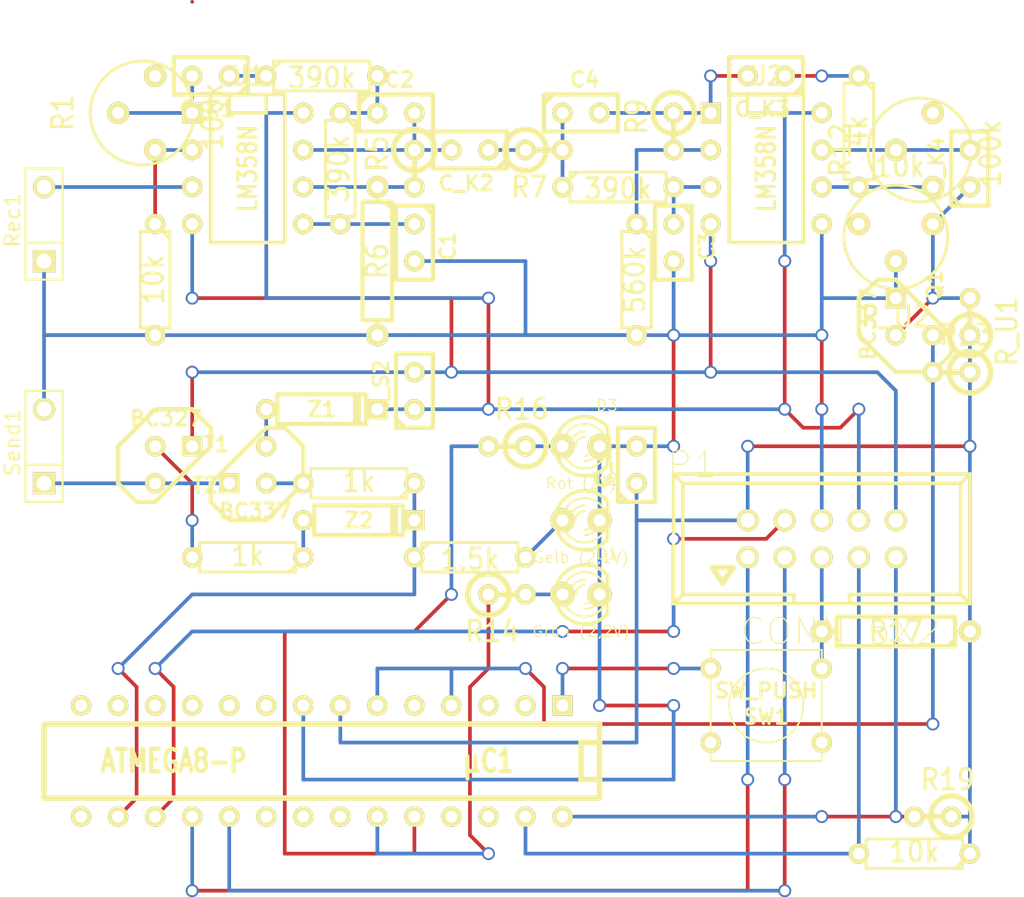
<source format=kicad_pcb>
(kicad_pcb (version 3) (host pcbnew "(2013-may-18)-stable")

  (general
    (links 93)
    (no_connects 3)
    (area -3.911601 -6.1341 84.8741 186.309001)
    (thickness 1.6)
    (drawings 0)
    (tracks 220)
    (zones 0)
    (modules 48)
    (nets 40)
  )

  (page A3)
  (layers
    (15 F.Cu signal)
    (0 B.Cu signal)
    (16 B.Adhes user)
    (17 F.Adhes user)
    (18 B.Paste user)
    (19 F.Paste user)
    (20 B.SilkS user)
    (21 F.SilkS user)
    (22 B.Mask user)
    (23 F.Mask user)
    (24 Dwgs.User user)
    (25 Cmts.User user)
    (26 Eco1.User user)
    (27 Eco2.User user)
    (28 Edge.Cuts user)
  )

  (setup
    (last_trace_width 0.254)
    (trace_clearance 0.254)
    (zone_clearance 0.508)
    (zone_45_only no)
    (trace_min 0.254)
    (segment_width 0.2)
    (edge_width 0.15)
    (via_size 0.889)
    (via_drill 0.635)
    (via_min_size 0.889)
    (via_min_drill 0.508)
    (uvia_size 0.508)
    (uvia_drill 0.127)
    (uvias_allowed no)
    (uvia_min_size 0.508)
    (uvia_min_drill 0.127)
    (pcb_text_width 0.3)
    (pcb_text_size 1 1)
    (mod_edge_width 0.15)
    (mod_text_size 1 1)
    (mod_text_width 0.15)
    (pad_size 1.524 1.524)
    (pad_drill 1.016)
    (pad_to_mask_clearance 0)
    (aux_axis_origin 0 0)
    (visible_elements FFFFFFBF)
    (pcbplotparams
      (layerselection 3178497)
      (usegerberextensions true)
      (excludeedgelayer true)
      (linewidth 0.150000)
      (plotframeref false)
      (viasonmask false)
      (mode 1)
      (useauxorigin false)
      (hpglpennumber 1)
      (hpglpenspeed 20)
      (hpglpendiameter 15)
      (hpglpenoverlay 2)
      (psnegative false)
      (psa4output false)
      (plotreference true)
      (plotvalue true)
      (plotothertext true)
      (plotinvisibletext false)
      (padsonsilk false)
      (subtractmaskfromsilk false)
      (outputformat 1)
      (mirror false)
      (drillshape 1)
      (scaleselection 1)
      (outputdirectory ""))
  )

  (net 0 "")
  (net 1 +12V)
  (net 2 +5V)
  (net 3 -12V)
  (net 4 /Empfänger/Signal)
  (net 5 "/Mikrocontroller/40kHz PWM")
  (net 6 GND)
  (net 7 MISO)
  (net 8 MOSI)
  (net 9 N-0000013)
  (net 10 N-0000014)
  (net 11 N-0000019)
  (net 12 N-0000021)
  (net 13 N-0000032)
  (net 14 N-0000033)
  (net 15 N-0000034)
  (net 16 N-0000035)
  (net 17 N-0000036)
  (net 18 N-0000037)
  (net 19 N-0000038)
  (net 20 N-0000039)
  (net 21 N-0000040)
  (net 22 N-0000041)
  (net 23 N-0000042)
  (net 24 N-0000043)
  (net 25 N-0000044)
  (net 26 N-0000045)
  (net 27 N-0000046)
  (net 28 N-0000047)
  (net 29 N-0000048)
  (net 30 N-0000049)
  (net 31 N-0000050)
  (net 32 N-0000051)
  (net 33 N-0000052)
  (net 34 N-0000053)
  (net 35 N-0000054)
  (net 36 Reset)
  (net 37 SCK)
  (net 38 SCL)
  (net 39 SDA)

  (net_class Default "This is the default net class."
    (clearance 0.254)
    (trace_width 0.254)
    (via_dia 0.889)
    (via_drill 0.635)
    (uvia_dia 0.508)
    (uvia_drill 0.127)
    (add_net "")
    (add_net +12V)
    (add_net +5V)
    (add_net -12V)
    (add_net /Empfänger/Signal)
    (add_net "/Mikrocontroller/40kHz PWM")
    (add_net GND)
    (add_net MISO)
    (add_net MOSI)
    (add_net N-0000013)
    (add_net N-0000014)
    (add_net N-0000019)
    (add_net N-0000021)
    (add_net N-0000032)
    (add_net N-0000033)
    (add_net N-0000034)
    (add_net N-0000035)
    (add_net N-0000036)
    (add_net N-0000037)
    (add_net N-0000038)
    (add_net N-0000039)
    (add_net N-0000040)
    (add_net N-0000041)
    (add_net N-0000042)
    (add_net N-0000043)
    (add_net N-0000044)
    (add_net N-0000045)
    (add_net N-0000046)
    (add_net N-0000047)
    (add_net N-0000048)
    (add_net N-0000049)
    (add_net N-0000050)
    (add_net N-0000051)
    (add_net N-0000052)
    (add_net N-0000053)
    (add_net N-0000054)
    (add_net Reset)
    (add_net SCK)
    (add_net SCL)
    (add_net SDA)
  )

  (module PIN_ARRAY_3X1 (layer F.Cu) (tedit 54B13EB4) (tstamp 54B06565)
    (at 17.78 154.94 90)
    (descr "Connecteur 3 pins")
    (tags "CONN DEV")
    (path /54AEB4A6/54AF9401)
    (fp_text reference Send1 (at 0.254 -2.159 90) (layer F.SilkS)
      (effects (font (size 1.016 1.016) (thickness 0.1524)))
    )
    (fp_text value 2,55n (at 0 -2.159 90) (layer F.SilkS) hide
      (effects (font (size 1.016 1.016) (thickness 0.1524)))
    )
    (fp_line (start -3.81 1.27) (end -3.81 -1.27) (layer F.SilkS) (width 0.1524))
    (fp_line (start -3.81 -1.27) (end 3.81 -1.27) (layer F.SilkS) (width 0.1524))
    (fp_line (start 3.81 -1.27) (end 3.81 1.27) (layer F.SilkS) (width 0.1524))
    (fp_line (start 3.81 1.27) (end -3.81 1.27) (layer F.SilkS) (width 0.1524))
    (fp_line (start -1.27 -1.27) (end -1.27 1.27) (layer F.SilkS) (width 0.1524))
    (pad 1 thru_hole rect (at -2.54 0 90) (size 1.524 1.524) (drill 1.016)
      (layers *.Cu *.Mask F.SilkS)
      (net 14 N-0000033)
    )
    (pad 2 thru_hole circle (at 2.54 0 90) (size 1.524 1.524) (drill 1.016)
      (layers *.Cu *.Mask F.SilkS)
      (net 6 GND)
    )
    (model pin_array/pins_array_3x1.wrl
      (at (xyz 0 0 0))
      (scale (xyz 1 1 1))
      (rotate (xyz 0 0 0))
    )
  )

  (module PIN_ARRAY_3X1 (layer F.Cu) (tedit 54B13E99) (tstamp 54B06559)
    (at 17.78 139.7 90)
    (descr "Connecteur 3 pins")
    (tags "CONN DEV")
    (path /54AEEF81/54AF15BE)
    (fp_text reference Rec1 (at 0.254 -2.159 90) (layer F.SilkS)
      (effects (font (size 1.016 1.016) (thickness 0.1524)))
    )
    (fp_text value Empfänger (at 0 -2.159 90) (layer F.SilkS) hide
      (effects (font (size 1.016 1.016) (thickness 0.1524)))
    )
    (fp_line (start -3.81 1.27) (end -3.81 -1.27) (layer F.SilkS) (width 0.1524))
    (fp_line (start -3.81 -1.27) (end 3.81 -1.27) (layer F.SilkS) (width 0.1524))
    (fp_line (start 3.81 -1.27) (end 3.81 1.27) (layer F.SilkS) (width 0.1524))
    (fp_line (start 3.81 1.27) (end -3.81 1.27) (layer F.SilkS) (width 0.1524))
    (fp_line (start -1.27 -1.27) (end -1.27 1.27) (layer F.SilkS) (width 0.1524))
    (pad 1 thru_hole rect (at -2.54 0 90) (size 1.524 1.524) (drill 1.016)
      (layers *.Cu *.Mask F.SilkS)
      (net 6 GND)
    )
    (pad 2 thru_hole circle (at 2.54 0 90) (size 1.524 1.524) (drill 1.016)
      (layers *.Cu *.Mask F.SilkS)
      (net 21 N-0000040)
    )
    (model pin_array/pins_array_3x1.wrl
      (at (xyz 0 0 0))
      (scale (xyz 1 1 1))
      (rotate (xyz 0 0 0))
    )
  )

  (module TO92-EBC (layer F.Cu) (tedit 4718C1A9) (tstamp 54B063E0)
    (at 77.47 146.05 90)
    (descr "Transistor TO92 brochage type BC237")
    (tags "TR TO92")
    (path /54AEEF81/54AEF29B)
    (fp_text reference Q1 (at 2.159 1.397 90) (layer F.SilkS)
      (effects (font (size 1.016 1.016) (thickness 0.2032)))
    )
    (fp_text value BC337 (at -0.508 -3.175 90) (layer F.SilkS)
      (effects (font (size 1.016 1.016) (thickness 0.2032)))
    )
    (fp_line (start -1.27 2.54) (end 2.54 -1.27) (layer F.SilkS) (width 0.3048))
    (fp_line (start 2.54 -1.27) (end 2.54 -2.54) (layer F.SilkS) (width 0.3048))
    (fp_line (start 2.54 -2.54) (end 1.27 -3.81) (layer F.SilkS) (width 0.3048))
    (fp_line (start 1.27 -3.81) (end -1.27 -3.81) (layer F.SilkS) (width 0.3048))
    (fp_line (start -1.27 -3.81) (end -3.81 -1.27) (layer F.SilkS) (width 0.3048))
    (fp_line (start -3.81 -1.27) (end -3.81 1.27) (layer F.SilkS) (width 0.3048))
    (fp_line (start -3.81 1.27) (end -2.54 2.54) (layer F.SilkS) (width 0.3048))
    (fp_line (start -2.54 2.54) (end -1.27 2.54) (layer F.SilkS) (width 0.3048))
    (pad E thru_hole rect (at 1.27 -1.27 90) (size 1.397 1.397) (drill 0.8128)
      (layers *.Cu *.Mask F.SilkS)
      (net 6 GND)
    )
    (pad B thru_hole circle (at -1.27 -1.27 90) (size 1.397 1.397) (drill 0.8128)
      (layers *.Cu *.Mask F.SilkS)
      (net 29 N-0000048)
    )
    (pad C thru_hole circle (at -1.27 1.27 90) (size 1.397 1.397) (drill 0.8128)
      (layers *.Cu *.Mask F.SilkS)
      (net 4 /Empfänger/Signal)
    )
    (model discret/to98.wrl
      (at (xyz 0 0 0))
      (scale (xyz 1 1 1))
      (rotate (xyz 0 0 0))
    )
  )

  (module TO92-EBC (layer F.Cu) (tedit 4718C1A9) (tstamp 54B063EF)
    (at 26.67 156.21)
    (descr "Transistor TO92 brochage type BC237")
    (tags "TR TO92")
    (path /54AEB4A6/54AFB467)
    (fp_text reference T2 (at 2.159 1.397) (layer F.SilkS)
      (effects (font (size 1.016 1.016) (thickness 0.2032)))
    )
    (fp_text value BC327 (at -0.508 -3.175) (layer F.SilkS)
      (effects (font (size 1.016 1.016) (thickness 0.2032)))
    )
    (fp_line (start -1.27 2.54) (end 2.54 -1.27) (layer F.SilkS) (width 0.3048))
    (fp_line (start 2.54 -1.27) (end 2.54 -2.54) (layer F.SilkS) (width 0.3048))
    (fp_line (start 2.54 -2.54) (end 1.27 -3.81) (layer F.SilkS) (width 0.3048))
    (fp_line (start 1.27 -3.81) (end -1.27 -3.81) (layer F.SilkS) (width 0.3048))
    (fp_line (start -1.27 -3.81) (end -3.81 -1.27) (layer F.SilkS) (width 0.3048))
    (fp_line (start -3.81 -1.27) (end -3.81 1.27) (layer F.SilkS) (width 0.3048))
    (fp_line (start -3.81 1.27) (end -2.54 2.54) (layer F.SilkS) (width 0.3048))
    (fp_line (start -2.54 2.54) (end -1.27 2.54) (layer F.SilkS) (width 0.3048))
    (pad E thru_hole rect (at 1.27 -1.27) (size 1.397 1.397) (drill 0.8128)
      (layers *.Cu *.Mask F.SilkS)
      (net 3 -12V)
    )
    (pad B thru_hole circle (at -1.27 -1.27) (size 1.397 1.397) (drill 0.8128)
      (layers *.Cu *.Mask F.SilkS)
      (net 17 N-0000036)
    )
    (pad C thru_hole circle (at -1.27 1.27) (size 1.397 1.397) (drill 0.8128)
      (layers *.Cu *.Mask F.SilkS)
      (net 14 N-0000033)
    )
    (model discret/to98.wrl
      (at (xyz 0 0 0))
      (scale (xyz 1 1 1))
      (rotate (xyz 0 0 0))
    )
  )

  (module TO92-EBC (layer F.Cu) (tedit 4718C1A9) (tstamp 54B063FE)
    (at 31.75 156.21 180)
    (descr "Transistor TO92 brochage type BC237")
    (tags "TR TO92")
    (path /54AEB4A6/54AFB412)
    (fp_text reference T1 (at 2.159 1.397 180) (layer F.SilkS)
      (effects (font (size 1.016 1.016) (thickness 0.2032)))
    )
    (fp_text value BC337 (at -0.508 -3.175 180) (layer F.SilkS)
      (effects (font (size 1.016 1.016) (thickness 0.2032)))
    )
    (fp_line (start -1.27 2.54) (end 2.54 -1.27) (layer F.SilkS) (width 0.3048))
    (fp_line (start 2.54 -1.27) (end 2.54 -2.54) (layer F.SilkS) (width 0.3048))
    (fp_line (start 2.54 -2.54) (end 1.27 -3.81) (layer F.SilkS) (width 0.3048))
    (fp_line (start 1.27 -3.81) (end -1.27 -3.81) (layer F.SilkS) (width 0.3048))
    (fp_line (start -1.27 -3.81) (end -3.81 -1.27) (layer F.SilkS) (width 0.3048))
    (fp_line (start -3.81 -1.27) (end -3.81 1.27) (layer F.SilkS) (width 0.3048))
    (fp_line (start -3.81 1.27) (end -2.54 2.54) (layer F.SilkS) (width 0.3048))
    (fp_line (start -2.54 2.54) (end -1.27 2.54) (layer F.SilkS) (width 0.3048))
    (pad E thru_hole rect (at 1.27 -1.27 180) (size 1.397 1.397) (drill 0.8128)
      (layers *.Cu *.Mask F.SilkS)
      (net 14 N-0000033)
    )
    (pad B thru_hole circle (at -1.27 -1.27 180) (size 1.397 1.397) (drill 0.8128)
      (layers *.Cu *.Mask F.SilkS)
      (net 15 N-0000034)
    )
    (pad C thru_hole circle (at -1.27 1.27 180) (size 1.397 1.397) (drill 0.8128)
      (layers *.Cu *.Mask F.SilkS)
      (net 16 N-0000035)
    )
    (model discret/to98.wrl
      (at (xyz 0 0 0))
      (scale (xyz 1 1 1))
      (rotate (xyz 0 0 0))
    )
  )

  (module SW_PUSH_SMALL (layer F.Cu) (tedit 46544DB3) (tstamp 54B0640B)
    (at 67.31 172.72 180)
    (path /54AEB44F/54AEB6AB)
    (fp_text reference SW1 (at 0 -0.762 180) (layer F.SilkS)
      (effects (font (size 1.016 1.016) (thickness 0.2032)))
    )
    (fp_text value SW_PUSH (at 0 1.016 180) (layer F.SilkS)
      (effects (font (size 1.016 1.016) (thickness 0.2032)))
    )
    (fp_circle (center 0 0) (end 0 -2.54) (layer F.SilkS) (width 0.127))
    (fp_line (start -3.81 -3.81) (end 3.81 -3.81) (layer F.SilkS) (width 0.127))
    (fp_line (start 3.81 -3.81) (end 3.81 3.81) (layer F.SilkS) (width 0.127))
    (fp_line (start 3.81 3.81) (end -3.81 3.81) (layer F.SilkS) (width 0.127))
    (fp_line (start -3.81 -3.81) (end -3.81 3.81) (layer F.SilkS) (width 0.127))
    (pad 1 thru_hole circle (at 3.81 -2.54 180) (size 1.397 1.397) (drill 0.8128)
      (layers *.Cu *.Mask F.SilkS)
      (net 6 GND)
    )
    (pad 2 thru_hole circle (at 3.81 2.54 180) (size 1.397 1.397) (drill 0.8128)
      (layers *.Cu *.Mask F.SilkS)
      (net 36 Reset)
    )
    (pad 1 thru_hole circle (at -3.81 -2.54 180) (size 1.397 1.397) (drill 0.8128)
      (layers *.Cu *.Mask F.SilkS)
      (net 6 GND)
    )
    (pad 2 thru_hole circle (at -3.81 2.54 180) (size 1.397 1.397) (drill 0.8128)
      (layers *.Cu *.Mask F.SilkS)
      (net 36 Reset)
    )
  )

  (module RV2 (layer F.Cu) (tedit 3FA15781) (tstamp 54B06413)
    (at 24.13 132.08 90)
    (descr "Resistance variable / potentiometre")
    (tags R)
    (path /54AEEF81/54AF166D)
    (autoplace_cost90 10)
    (autoplace_cost180 10)
    (fp_text reference R1 (at 0 -5.08 90) (layer F.SilkS)
      (effects (font (size 1.397 1.27) (thickness 0.2032)))
    )
    (fp_text value 100k (at -0.254 5.207 90) (layer F.SilkS)
      (effects (font (size 1.397 1.27) (thickness 0.2032)))
    )
    (fp_circle (center 0 0.381) (end 0 -3.175) (layer F.SilkS) (width 0.2032))
    (pad 1 thru_hole circle (at -2.54 1.27 90) (size 1.524 1.524) (drill 0.8128)
      (layers *.Cu *.Mask F.SilkS)
      (net 20 N-0000039)
    )
    (pad 2 thru_hole circle (at 0 -1.27 90) (size 1.524 1.524) (drill 0.8128)
      (layers *.Cu *.Mask F.SilkS)
      (net 19 N-0000038)
    )
    (pad 3 thru_hole circle (at 2.54 1.27 90) (size 1.524 1.524) (drill 0.8128)
      (layers *.Cu *.Mask F.SilkS)
    )
    (model discret/adjustable_rx2.wrl
      (at (xyz 0 0 0))
      (scale (xyz 1 1 1))
      (rotate (xyz 0 0 0))
    )
  )

  (module RV2 (layer F.Cu) (tedit 3FA15781) (tstamp 54B0641B)
    (at 76.2 140.97 180)
    (descr "Resistance variable / potentiometre")
    (tags R)
    (path /54AEEF81/54AEF52C)
    (autoplace_cost90 10)
    (autoplace_cost180 10)
    (fp_text reference R_U2 (at 0 -5.08 180) (layer F.SilkS)
      (effects (font (size 1.397 1.27) (thickness 0.2032)))
    )
    (fp_text value 10k (at -0.254 5.207 180) (layer F.SilkS)
      (effects (font (size 1.397 1.27) (thickness 0.2032)))
    )
    (fp_circle (center 0 0.381) (end 0 -3.175) (layer F.SilkS) (width 0.2032))
    (pad 1 thru_hole circle (at -2.54 1.27 180) (size 1.524 1.524) (drill 0.8128)
      (layers *.Cu *.Mask F.SilkS)
      (net 29 N-0000048)
    )
    (pad 2 thru_hole circle (at 0 -1.27 180) (size 1.524 1.524) (drill 0.8128)
      (layers *.Cu *.Mask F.SilkS)
      (net 6 GND)
    )
    (pad 3 thru_hole circle (at 2.54 1.27 180) (size 1.524 1.524) (drill 0.8128)
      (layers *.Cu *.Mask F.SilkS)
    )
    (model discret/adjustable_rx2.wrl
      (at (xyz 0 0 0))
      (scale (xyz 1 1 1))
      (rotate (xyz 0 0 0))
    )
  )

  (module RV2 (layer F.Cu) (tedit 3FA15781) (tstamp 54B06423)
    (at 77.47 134.62 90)
    (descr "Resistance variable / potentiometre")
    (tags R)
    (path /54AEEF81/54AF1380)
    (autoplace_cost90 10)
    (autoplace_cost180 10)
    (fp_text reference R12 (at 0 -5.08 90) (layer F.SilkS)
      (effects (font (size 1.397 1.27) (thickness 0.2032)))
    )
    (fp_text value 100k (at -0.254 5.207 90) (layer F.SilkS)
      (effects (font (size 1.397 1.27) (thickness 0.2032)))
    )
    (fp_circle (center 0 0.381) (end 0 -3.175) (layer F.SilkS) (width 0.2032))
    (pad 1 thru_hole circle (at -2.54 1.27 90) (size 1.524 1.524) (drill 0.8128)
      (layers *.Cu *.Mask F.SilkS)
      (net 23 N-0000042)
    )
    (pad 2 thru_hole circle (at 0 -1.27 90) (size 1.524 1.524) (drill 0.8128)
      (layers *.Cu *.Mask F.SilkS)
      (net 28 N-0000047)
    )
    (pad 3 thru_hole circle (at 2.54 1.27 90) (size 1.524 1.524) (drill 0.8128)
      (layers *.Cu *.Mask F.SilkS)
    )
    (model discret/adjustable_rx2.wrl
      (at (xyz 0 0 0))
      (scale (xyz 1 1 1))
      (rotate (xyz 0 0 0))
    )
  )

  (module R3 (layer F.Cu) (tedit 4E4C0E65) (tstamp 54B06431)
    (at 36.83 129.54)
    (descr "Resitance 3 pas")
    (tags R)
    (path /54AEEF81/54AF0D1F)
    (autoplace_cost180 10)
    (fp_text reference R3 (at 0 0.127) (layer F.SilkS) hide
      (effects (font (size 1.397 1.27) (thickness 0.2032)))
    )
    (fp_text value 390k (at 0 0.127) (layer F.SilkS)
      (effects (font (size 1.397 1.27) (thickness 0.2032)))
    )
    (fp_line (start -3.81 0) (end -3.302 0) (layer F.SilkS) (width 0.2032))
    (fp_line (start 3.81 0) (end 3.302 0) (layer F.SilkS) (width 0.2032))
    (fp_line (start 3.302 0) (end 3.302 -1.016) (layer F.SilkS) (width 0.2032))
    (fp_line (start 3.302 -1.016) (end -3.302 -1.016) (layer F.SilkS) (width 0.2032))
    (fp_line (start -3.302 -1.016) (end -3.302 1.016) (layer F.SilkS) (width 0.2032))
    (fp_line (start -3.302 1.016) (end 3.302 1.016) (layer F.SilkS) (width 0.2032))
    (fp_line (start 3.302 1.016) (end 3.302 0) (layer F.SilkS) (width 0.2032))
    (fp_line (start -3.302 -0.508) (end -2.794 -1.016) (layer F.SilkS) (width 0.2032))
    (pad 1 thru_hole circle (at -3.81 0) (size 1.397 1.397) (drill 0.8128)
      (layers *.Cu *.Mask F.SilkS)
      (net 24 N-0000043)
    )
    (pad 2 thru_hole circle (at 3.81 0) (size 1.397 1.397) (drill 0.8128)
      (layers *.Cu *.Mask F.SilkS)
      (net 32 N-0000051)
    )
    (model discret/resistor.wrl
      (at (xyz 0 0 0))
      (scale (xyz 0.3 0.3 0.3))
      (rotate (xyz 0 0 0))
    )
  )

  (module R3 (layer F.Cu) (tedit 4E4C0E65) (tstamp 54B0643F)
    (at 38.1 135.89 270)
    (descr "Resitance 3 pas")
    (tags R)
    (path /54AEEF81/54AF0D19)
    (autoplace_cost180 10)
    (fp_text reference R4 (at 0 0.127 270) (layer F.SilkS) hide
      (effects (font (size 1.397 1.27) (thickness 0.2032)))
    )
    (fp_text value 390k (at 0 0.127 270) (layer F.SilkS)
      (effects (font (size 1.397 1.27) (thickness 0.2032)))
    )
    (fp_line (start -3.81 0) (end -3.302 0) (layer F.SilkS) (width 0.2032))
    (fp_line (start 3.81 0) (end 3.302 0) (layer F.SilkS) (width 0.2032))
    (fp_line (start 3.302 0) (end 3.302 -1.016) (layer F.SilkS) (width 0.2032))
    (fp_line (start 3.302 -1.016) (end -3.302 -1.016) (layer F.SilkS) (width 0.2032))
    (fp_line (start -3.302 -1.016) (end -3.302 1.016) (layer F.SilkS) (width 0.2032))
    (fp_line (start -3.302 1.016) (end 3.302 1.016) (layer F.SilkS) (width 0.2032))
    (fp_line (start 3.302 1.016) (end 3.302 0) (layer F.SilkS) (width 0.2032))
    (fp_line (start -3.302 -0.508) (end -2.794 -1.016) (layer F.SilkS) (width 0.2032))
    (pad 1 thru_hole circle (at -3.81 0 270) (size 1.397 1.397) (drill 0.8128)
      (layers *.Cu *.Mask F.SilkS)
      (net 32 N-0000051)
    )
    (pad 2 thru_hole circle (at 3.81 0 270) (size 1.397 1.397) (drill 0.8128)
      (layers *.Cu *.Mask F.SilkS)
      (net 33 N-0000052)
    )
    (model discret/resistor.wrl
      (at (xyz 0 0 0))
      (scale (xyz 0.3 0.3 0.3))
      (rotate (xyz 0 0 0))
    )
  )

  (module R3 (layer F.Cu) (tedit 4E4C0E65) (tstamp 54B06477)
    (at 57.15 137.16)
    (descr "Resitance 3 pas")
    (tags R)
    (path /54AEEF81/54AF092E)
    (autoplace_cost180 10)
    (fp_text reference R8 (at 0 0.127) (layer F.SilkS) hide
      (effects (font (size 1.397 1.27) (thickness 0.2032)))
    )
    (fp_text value 390k (at 0 0.127) (layer F.SilkS)
      (effects (font (size 1.397 1.27) (thickness 0.2032)))
    )
    (fp_line (start -3.81 0) (end -3.302 0) (layer F.SilkS) (width 0.2032))
    (fp_line (start 3.81 0) (end 3.302 0) (layer F.SilkS) (width 0.2032))
    (fp_line (start 3.302 0) (end 3.302 -1.016) (layer F.SilkS) (width 0.2032))
    (fp_line (start 3.302 -1.016) (end -3.302 -1.016) (layer F.SilkS) (width 0.2032))
    (fp_line (start -3.302 -1.016) (end -3.302 1.016) (layer F.SilkS) (width 0.2032))
    (fp_line (start -3.302 1.016) (end 3.302 1.016) (layer F.SilkS) (width 0.2032))
    (fp_line (start 3.302 1.016) (end 3.302 0) (layer F.SilkS) (width 0.2032))
    (fp_line (start -3.302 -0.508) (end -2.794 -1.016) (layer F.SilkS) (width 0.2032))
    (pad 1 thru_hole circle (at -3.81 0) (size 1.397 1.397) (drill 0.8128)
      (layers *.Cu *.Mask F.SilkS)
      (net 35 N-0000054)
    )
    (pad 2 thru_hole circle (at 3.81 0) (size 1.397 1.397) (drill 0.8128)
      (layers *.Cu *.Mask F.SilkS)
      (net 34 N-0000053)
    )
    (model discret/resistor.wrl
      (at (xyz 0 0 0))
      (scale (xyz 0.3 0.3 0.3))
      (rotate (xyz 0 0 0))
    )
  )

  (module R3 (layer F.Cu) (tedit 4E4C0E65) (tstamp 54B064A1)
    (at 73.66 133.35 270)
    (descr "Resitance 3 pas")
    (tags R)
    (path /54AEEF81/54AF128F)
    (autoplace_cost180 10)
    (fp_text reference R11 (at 0 0.127 270) (layer F.SilkS) hide
      (effects (font (size 1.397 1.27) (thickness 0.2032)))
    )
    (fp_text value 4k (at 0 0.127 270) (layer F.SilkS)
      (effects (font (size 1.397 1.27) (thickness 0.2032)))
    )
    (fp_line (start -3.81 0) (end -3.302 0) (layer F.SilkS) (width 0.2032))
    (fp_line (start 3.81 0) (end 3.302 0) (layer F.SilkS) (width 0.2032))
    (fp_line (start 3.302 0) (end 3.302 -1.016) (layer F.SilkS) (width 0.2032))
    (fp_line (start 3.302 -1.016) (end -3.302 -1.016) (layer F.SilkS) (width 0.2032))
    (fp_line (start -3.302 -1.016) (end -3.302 1.016) (layer F.SilkS) (width 0.2032))
    (fp_line (start -3.302 1.016) (end 3.302 1.016) (layer F.SilkS) (width 0.2032))
    (fp_line (start 3.302 1.016) (end 3.302 0) (layer F.SilkS) (width 0.2032))
    (fp_line (start -3.302 -0.508) (end -2.794 -1.016) (layer F.SilkS) (width 0.2032))
    (pad 1 thru_hole circle (at -3.81 0 270) (size 1.397 1.397) (drill 0.8128)
      (layers *.Cu *.Mask F.SilkS)
      (net 22 N-0000041)
    )
    (pad 2 thru_hole circle (at 3.81 0 270) (size 1.397 1.397) (drill 0.8128)
      (layers *.Cu *.Mask F.SilkS)
      (net 23 N-0000042)
    )
    (model discret/resistor.wrl
      (at (xyz 0 0 0))
      (scale (xyz 0.3 0.3 0.3))
      (rotate (xyz 0 0 0))
    )
  )

  (module R3 (layer F.Cu) (tedit 4E4C0E65) (tstamp 54B064AF)
    (at 25.4 143.51 270)
    (descr "Resitance 3 pas")
    (tags R)
    (path /54AEEF81/54AF154A)
    (autoplace_cost180 10)
    (fp_text reference R2 (at 0 0.127 270) (layer F.SilkS) hide
      (effects (font (size 1.397 1.27) (thickness 0.2032)))
    )
    (fp_text value 10k (at 0 0.127 270) (layer F.SilkS)
      (effects (font (size 1.397 1.27) (thickness 0.2032)))
    )
    (fp_line (start -3.81 0) (end -3.302 0) (layer F.SilkS) (width 0.2032))
    (fp_line (start 3.81 0) (end 3.302 0) (layer F.SilkS) (width 0.2032))
    (fp_line (start 3.302 0) (end 3.302 -1.016) (layer F.SilkS) (width 0.2032))
    (fp_line (start 3.302 -1.016) (end -3.302 -1.016) (layer F.SilkS) (width 0.2032))
    (fp_line (start -3.302 -1.016) (end -3.302 1.016) (layer F.SilkS) (width 0.2032))
    (fp_line (start -3.302 1.016) (end 3.302 1.016) (layer F.SilkS) (width 0.2032))
    (fp_line (start 3.302 1.016) (end 3.302 0) (layer F.SilkS) (width 0.2032))
    (fp_line (start -3.302 -0.508) (end -2.794 -1.016) (layer F.SilkS) (width 0.2032))
    (pad 1 thru_hole circle (at -3.81 0 270) (size 1.397 1.397) (drill 0.8128)
      (layers *.Cu *.Mask F.SilkS)
      (net 20 N-0000039)
    )
    (pad 2 thru_hole circle (at 3.81 0 270) (size 1.397 1.397) (drill 0.8128)
      (layers *.Cu *.Mask F.SilkS)
      (net 6 GND)
    )
    (model discret/resistor.wrl
      (at (xyz 0 0 0))
      (scale (xyz 0.3 0.3 0.3))
      (rotate (xyz 0 0 0))
    )
  )

  (module R3 (layer F.Cu) (tedit 4E4C0E65) (tstamp 54B06511)
    (at 31.75 162.56 180)
    (descr "Resitance 3 pas")
    (tags R)
    (path /54AEB4A6/54AFB4CC)
    (autoplace_cost180 10)
    (fp_text reference R_B2 (at 0 0.127 180) (layer F.SilkS) hide
      (effects (font (size 1.397 1.27) (thickness 0.2032)))
    )
    (fp_text value 1k (at 0 0.127 180) (layer F.SilkS)
      (effects (font (size 1.397 1.27) (thickness 0.2032)))
    )
    (fp_line (start -3.81 0) (end -3.302 0) (layer F.SilkS) (width 0.2032))
    (fp_line (start 3.81 0) (end 3.302 0) (layer F.SilkS) (width 0.2032))
    (fp_line (start 3.302 0) (end 3.302 -1.016) (layer F.SilkS) (width 0.2032))
    (fp_line (start 3.302 -1.016) (end -3.302 -1.016) (layer F.SilkS) (width 0.2032))
    (fp_line (start -3.302 -1.016) (end -3.302 1.016) (layer F.SilkS) (width 0.2032))
    (fp_line (start -3.302 1.016) (end 3.302 1.016) (layer F.SilkS) (width 0.2032))
    (fp_line (start 3.302 1.016) (end 3.302 0) (layer F.SilkS) (width 0.2032))
    (fp_line (start -3.302 -0.508) (end -2.794 -1.016) (layer F.SilkS) (width 0.2032))
    (pad 1 thru_hole circle (at -3.81 0 180) (size 1.397 1.397) (drill 0.8128)
      (layers *.Cu *.Mask F.SilkS)
      (net 18 N-0000037)
    )
    (pad 2 thru_hole circle (at 3.81 0 180) (size 1.397 1.397) (drill 0.8128)
      (layers *.Cu *.Mask F.SilkS)
      (net 17 N-0000036)
    )
    (model discret/resistor.wrl
      (at (xyz 0 0 0))
      (scale (xyz 0.3 0.3 0.3))
      (rotate (xyz 0 0 0))
    )
  )

  (module R3 (layer F.Cu) (tedit 4E4C0E65) (tstamp 54B0651F)
    (at 39.37 157.48 180)
    (descr "Resitance 3 pas")
    (tags R)
    (path /54AEB4A6/54AFAB0D)
    (autoplace_cost180 10)
    (fp_text reference R_B1 (at 0 0.127 180) (layer F.SilkS) hide
      (effects (font (size 1.397 1.27) (thickness 0.2032)))
    )
    (fp_text value 1k (at 0 0.127 180) (layer F.SilkS)
      (effects (font (size 1.397 1.27) (thickness 0.2032)))
    )
    (fp_line (start -3.81 0) (end -3.302 0) (layer F.SilkS) (width 0.2032))
    (fp_line (start 3.81 0) (end 3.302 0) (layer F.SilkS) (width 0.2032))
    (fp_line (start 3.302 0) (end 3.302 -1.016) (layer F.SilkS) (width 0.2032))
    (fp_line (start 3.302 -1.016) (end -3.302 -1.016) (layer F.SilkS) (width 0.2032))
    (fp_line (start -3.302 -1.016) (end -3.302 1.016) (layer F.SilkS) (width 0.2032))
    (fp_line (start -3.302 1.016) (end 3.302 1.016) (layer F.SilkS) (width 0.2032))
    (fp_line (start 3.302 1.016) (end 3.302 0) (layer F.SilkS) (width 0.2032))
    (fp_line (start -3.302 -0.508) (end -2.794 -1.016) (layer F.SilkS) (width 0.2032))
    (pad 1 thru_hole circle (at -3.81 0 180) (size 1.397 1.397) (drill 0.8128)
      (layers *.Cu *.Mask F.SilkS)
      (net 5 "/Mikrocontroller/40kHz PWM")
    )
    (pad 2 thru_hole circle (at 3.81 0 180) (size 1.397 1.397) (drill 0.8128)
      (layers *.Cu *.Mask F.SilkS)
      (net 15 N-0000034)
    )
    (model discret/resistor.wrl
      (at (xyz 0 0 0))
      (scale (xyz 0.3 0.3 0.3))
      (rotate (xyz 0 0 0))
    )
  )

  (module R3 (layer F.Cu) (tedit 4E4C0E65) (tstamp 54B0652D)
    (at 77.47 182.88 180)
    (descr "Resitance 3 pas")
    (tags R)
    (path /54AEB44F/54B01350)
    (autoplace_cost180 10)
    (fp_text reference R18 (at 0 0.127 180) (layer F.SilkS) hide
      (effects (font (size 1.397 1.27) (thickness 0.2032)))
    )
    (fp_text value 10k (at 0 0.127 180) (layer F.SilkS)
      (effects (font (size 1.397 1.27) (thickness 0.2032)))
    )
    (fp_line (start -3.81 0) (end -3.302 0) (layer F.SilkS) (width 0.2032))
    (fp_line (start 3.81 0) (end 3.302 0) (layer F.SilkS) (width 0.2032))
    (fp_line (start 3.302 0) (end 3.302 -1.016) (layer F.SilkS) (width 0.2032))
    (fp_line (start 3.302 -1.016) (end -3.302 -1.016) (layer F.SilkS) (width 0.2032))
    (fp_line (start -3.302 -1.016) (end -3.302 1.016) (layer F.SilkS) (width 0.2032))
    (fp_line (start -3.302 1.016) (end 3.302 1.016) (layer F.SilkS) (width 0.2032))
    (fp_line (start 3.302 1.016) (end 3.302 0) (layer F.SilkS) (width 0.2032))
    (fp_line (start -3.302 -0.508) (end -2.794 -1.016) (layer F.SilkS) (width 0.2032))
    (pad 1 thru_hole circle (at -3.81 0 180) (size 1.397 1.397) (drill 0.8128)
      (layers *.Cu *.Mask F.SilkS)
      (net 2 +5V)
    )
    (pad 2 thru_hole circle (at 3.81 0 180) (size 1.397 1.397) (drill 0.8128)
      (layers *.Cu *.Mask F.SilkS)
      (net 39 SDA)
    )
    (model discret/resistor.wrl
      (at (xyz 0 0 0))
      (scale (xyz 0.3 0.3 0.3))
      (rotate (xyz 0 0 0))
    )
  )

  (module LED-3MM (layer F.Cu) (tedit 50ADE848) (tstamp 54B0657E)
    (at 54.61 165.1)
    (descr "LED 3mm - Lead pitch 100mil (2,54mm)")
    (tags "LED led 3mm 3MM 100mil 2,54mm")
    (path /54AEB44F/54AED7EA)
    (fp_text reference D1 (at 1.778 -2.794) (layer F.SilkS)
      (effects (font (size 0.762 0.762) (thickness 0.0889)))
    )
    (fp_text value "Grün (2,2V)" (at 0 2.54) (layer F.SilkS)
      (effects (font (size 0.762 0.762) (thickness 0.0889)))
    )
    (fp_line (start 1.8288 1.27) (end 1.8288 -1.27) (layer F.SilkS) (width 0.254))
    (fp_arc (start 0.254 0) (end -1.27 0) (angle 39.8) (layer F.SilkS) (width 0.1524))
    (fp_arc (start 0.254 0) (end -0.88392 1.01092) (angle 41.6) (layer F.SilkS) (width 0.1524))
    (fp_arc (start 0.254 0) (end 1.4097 -0.9906) (angle 40.6) (layer F.SilkS) (width 0.1524))
    (fp_arc (start 0.254 0) (end 1.778 0) (angle 39.8) (layer F.SilkS) (width 0.1524))
    (fp_arc (start 0.254 0) (end 0.254 -1.524) (angle 54.4) (layer F.SilkS) (width 0.1524))
    (fp_arc (start 0.254 0) (end -0.9652 -0.9144) (angle 53.1) (layer F.SilkS) (width 0.1524))
    (fp_arc (start 0.254 0) (end 1.45542 0.93472) (angle 52.1) (layer F.SilkS) (width 0.1524))
    (fp_arc (start 0.254 0) (end 0.254 1.524) (angle 52.1) (layer F.SilkS) (width 0.1524))
    (fp_arc (start 0.254 0) (end -0.381 0) (angle 90) (layer F.SilkS) (width 0.1524))
    (fp_arc (start 0.254 0) (end -0.762 0) (angle 90) (layer F.SilkS) (width 0.1524))
    (fp_arc (start 0.254 0) (end 0.889 0) (angle 90) (layer F.SilkS) (width 0.1524))
    (fp_arc (start 0.254 0) (end 1.27 0) (angle 90) (layer F.SilkS) (width 0.1524))
    (fp_arc (start 0.254 0) (end 0.254 -2.032) (angle 50.1) (layer F.SilkS) (width 0.254))
    (fp_arc (start 0.254 0) (end -1.5367 -0.95504) (angle 61.9) (layer F.SilkS) (width 0.254))
    (fp_arc (start 0.254 0) (end 1.8034 1.31064) (angle 49.7) (layer F.SilkS) (width 0.254))
    (fp_arc (start 0.254 0) (end 0.254 2.032) (angle 60.2) (layer F.SilkS) (width 0.254))
    (fp_arc (start 0.254 0) (end -1.778 0) (angle 28.3) (layer F.SilkS) (width 0.254))
    (fp_arc (start 0.254 0) (end -1.47574 1.06426) (angle 31.6) (layer F.SilkS) (width 0.254))
    (pad 1 thru_hole circle (at -1.27 0) (size 1.6764 1.6764) (drill 0.8128)
      (layers *.Cu *.Mask F.SilkS)
      (net 10 N-0000014)
    )
    (pad 2 thru_hole circle (at 1.27 0) (size 1.6764 1.6764) (drill 0.8128)
      (layers *.Cu *.Mask F.SilkS)
      (net 6 GND)
    )
    (model discret/leds/led3_vertical_verde.wrl
      (at (xyz 0 0 0))
      (scale (xyz 1 1 1))
      (rotate (xyz 0 0 0))
    )
  )

  (module LED-3MM (layer F.Cu) (tedit 50ADE848) (tstamp 54B06597)
    (at 54.61 154.94)
    (descr "LED 3mm - Lead pitch 100mil (2,54mm)")
    (tags "LED led 3mm 3MM 100mil 2,54mm")
    (path /54AEB44F/54AED7F9)
    (fp_text reference D3 (at 1.778 -2.794) (layer F.SilkS)
      (effects (font (size 0.762 0.762) (thickness 0.0889)))
    )
    (fp_text value "Rot (2V)" (at 0 2.54) (layer F.SilkS)
      (effects (font (size 0.762 0.762) (thickness 0.0889)))
    )
    (fp_line (start 1.8288 1.27) (end 1.8288 -1.27) (layer F.SilkS) (width 0.254))
    (fp_arc (start 0.254 0) (end -1.27 0) (angle 39.8) (layer F.SilkS) (width 0.1524))
    (fp_arc (start 0.254 0) (end -0.88392 1.01092) (angle 41.6) (layer F.SilkS) (width 0.1524))
    (fp_arc (start 0.254 0) (end 1.4097 -0.9906) (angle 40.6) (layer F.SilkS) (width 0.1524))
    (fp_arc (start 0.254 0) (end 1.778 0) (angle 39.8) (layer F.SilkS) (width 0.1524))
    (fp_arc (start 0.254 0) (end 0.254 -1.524) (angle 54.4) (layer F.SilkS) (width 0.1524))
    (fp_arc (start 0.254 0) (end -0.9652 -0.9144) (angle 53.1) (layer F.SilkS) (width 0.1524))
    (fp_arc (start 0.254 0) (end 1.45542 0.93472) (angle 52.1) (layer F.SilkS) (width 0.1524))
    (fp_arc (start 0.254 0) (end 0.254 1.524) (angle 52.1) (layer F.SilkS) (width 0.1524))
    (fp_arc (start 0.254 0) (end -0.381 0) (angle 90) (layer F.SilkS) (width 0.1524))
    (fp_arc (start 0.254 0) (end -0.762 0) (angle 90) (layer F.SilkS) (width 0.1524))
    (fp_arc (start 0.254 0) (end 0.889 0) (angle 90) (layer F.SilkS) (width 0.1524))
    (fp_arc (start 0.254 0) (end 1.27 0) (angle 90) (layer F.SilkS) (width 0.1524))
    (fp_arc (start 0.254 0) (end 0.254 -2.032) (angle 50.1) (layer F.SilkS) (width 0.254))
    (fp_arc (start 0.254 0) (end -1.5367 -0.95504) (angle 61.9) (layer F.SilkS) (width 0.254))
    (fp_arc (start 0.254 0) (end 1.8034 1.31064) (angle 49.7) (layer F.SilkS) (width 0.254))
    (fp_arc (start 0.254 0) (end 0.254 2.032) (angle 60.2) (layer F.SilkS) (width 0.254))
    (fp_arc (start 0.254 0) (end -1.778 0) (angle 28.3) (layer F.SilkS) (width 0.254))
    (fp_arc (start 0.254 0) (end -1.47574 1.06426) (angle 31.6) (layer F.SilkS) (width 0.254))
    (pad 1 thru_hole circle (at -1.27 0) (size 1.6764 1.6764) (drill 0.8128)
      (layers *.Cu *.Mask F.SilkS)
      (net 9 N-0000013)
    )
    (pad 2 thru_hole circle (at 1.27 0) (size 1.6764 1.6764) (drill 0.8128)
      (layers *.Cu *.Mask F.SilkS)
      (net 6 GND)
    )
    (model discret/leds/led3_vertical_verde.wrl
      (at (xyz 0 0 0))
      (scale (xyz 1 1 1))
      (rotate (xyz 0 0 0))
    )
  )

  (module LED-3MM (layer F.Cu) (tedit 50ADE848) (tstamp 54B065B0)
    (at 54.61 160.02)
    (descr "LED 3mm - Lead pitch 100mil (2,54mm)")
    (tags "LED led 3mm 3MM 100mil 2,54mm")
    (path /54AEB44F/54AED7AA)
    (fp_text reference D2 (at 1.778 -2.794) (layer F.SilkS)
      (effects (font (size 0.762 0.762) (thickness 0.0889)))
    )
    (fp_text value "Gelb (2,1V)" (at 0 2.54) (layer F.SilkS)
      (effects (font (size 0.762 0.762) (thickness 0.0889)))
    )
    (fp_line (start 1.8288 1.27) (end 1.8288 -1.27) (layer F.SilkS) (width 0.254))
    (fp_arc (start 0.254 0) (end -1.27 0) (angle 39.8) (layer F.SilkS) (width 0.1524))
    (fp_arc (start 0.254 0) (end -0.88392 1.01092) (angle 41.6) (layer F.SilkS) (width 0.1524))
    (fp_arc (start 0.254 0) (end 1.4097 -0.9906) (angle 40.6) (layer F.SilkS) (width 0.1524))
    (fp_arc (start 0.254 0) (end 1.778 0) (angle 39.8) (layer F.SilkS) (width 0.1524))
    (fp_arc (start 0.254 0) (end 0.254 -1.524) (angle 54.4) (layer F.SilkS) (width 0.1524))
    (fp_arc (start 0.254 0) (end -0.9652 -0.9144) (angle 53.1) (layer F.SilkS) (width 0.1524))
    (fp_arc (start 0.254 0) (end 1.45542 0.93472) (angle 52.1) (layer F.SilkS) (width 0.1524))
    (fp_arc (start 0.254 0) (end 0.254 1.524) (angle 52.1) (layer F.SilkS) (width 0.1524))
    (fp_arc (start 0.254 0) (end -0.381 0) (angle 90) (layer F.SilkS) (width 0.1524))
    (fp_arc (start 0.254 0) (end -0.762 0) (angle 90) (layer F.SilkS) (width 0.1524))
    (fp_arc (start 0.254 0) (end 0.889 0) (angle 90) (layer F.SilkS) (width 0.1524))
    (fp_arc (start 0.254 0) (end 1.27 0) (angle 90) (layer F.SilkS) (width 0.1524))
    (fp_arc (start 0.254 0) (end 0.254 -2.032) (angle 50.1) (layer F.SilkS) (width 0.254))
    (fp_arc (start 0.254 0) (end -1.5367 -0.95504) (angle 61.9) (layer F.SilkS) (width 0.254))
    (fp_arc (start 0.254 0) (end 1.8034 1.31064) (angle 49.7) (layer F.SilkS) (width 0.254))
    (fp_arc (start 0.254 0) (end 0.254 2.032) (angle 60.2) (layer F.SilkS) (width 0.254))
    (fp_arc (start 0.254 0) (end -1.778 0) (angle 28.3) (layer F.SilkS) (width 0.254))
    (fp_arc (start 0.254 0) (end -1.47574 1.06426) (angle 31.6) (layer F.SilkS) (width 0.254))
    (pad 1 thru_hole circle (at -1.27 0) (size 1.6764 1.6764) (drill 0.8128)
      (layers *.Cu *.Mask F.SilkS)
      (net 13 N-0000032)
    )
    (pad 2 thru_hole circle (at 1.27 0) (size 1.6764 1.6764) (drill 0.8128)
      (layers *.Cu *.Mask F.SilkS)
      (net 6 GND)
    )
    (model discret/leds/led3_vertical_verde.wrl
      (at (xyz 0 0 0))
      (scale (xyz 1 1 1))
      (rotate (xyz 0 0 0))
    )
  )

  (module DIP-8__300 (layer F.Cu) (tedit 43A7F843) (tstamp 54B065C3)
    (at 67.31 135.89 270)
    (descr "8 pins DIL package, round pads")
    (tags DIL)
    (path /54AEEF81/54AEEFCC)
    (fp_text reference U2 (at -6.35 0 360) (layer F.SilkS)
      (effects (font (size 1.27 1.143) (thickness 0.2032)))
    )
    (fp_text value LM358N (at 0 0 270) (layer F.SilkS)
      (effects (font (size 1.27 1.016) (thickness 0.2032)))
    )
    (fp_line (start -5.08 -1.27) (end -3.81 -1.27) (layer F.SilkS) (width 0.254))
    (fp_line (start -3.81 -1.27) (end -3.81 1.27) (layer F.SilkS) (width 0.254))
    (fp_line (start -3.81 1.27) (end -5.08 1.27) (layer F.SilkS) (width 0.254))
    (fp_line (start -5.08 -2.54) (end 5.08 -2.54) (layer F.SilkS) (width 0.254))
    (fp_line (start 5.08 -2.54) (end 5.08 2.54) (layer F.SilkS) (width 0.254))
    (fp_line (start 5.08 2.54) (end -5.08 2.54) (layer F.SilkS) (width 0.254))
    (fp_line (start -5.08 2.54) (end -5.08 -2.54) (layer F.SilkS) (width 0.254))
    (pad 1 thru_hole rect (at -3.81 3.81 270) (size 1.397 1.397) (drill 0.8128)
      (layers *.Cu *.Mask F.SilkS)
      (net 25 N-0000044)
    )
    (pad 2 thru_hole circle (at -1.27 3.81 270) (size 1.397 1.397) (drill 0.8128)
      (layers *.Cu *.Mask F.SilkS)
      (net 30 N-0000049)
    )
    (pad 3 thru_hole circle (at 1.27 3.81 270) (size 1.397 1.397) (drill 0.8128)
      (layers *.Cu *.Mask F.SilkS)
      (net 34 N-0000053)
    )
    (pad 4 thru_hole circle (at 3.81 3.81 270) (size 1.397 1.397) (drill 0.8128)
      (layers *.Cu *.Mask F.SilkS)
      (net 3 -12V)
    )
    (pad 5 thru_hole circle (at 3.81 -3.81 270) (size 1.397 1.397) (drill 0.8128)
      (layers *.Cu *.Mask F.SilkS)
      (net 6 GND)
    )
    (pad 6 thru_hole circle (at 1.27 -3.81 270) (size 1.397 1.397) (drill 0.8128)
      (layers *.Cu *.Mask F.SilkS)
      (net 23 N-0000042)
    )
    (pad 7 thru_hole circle (at -1.27 -3.81 270) (size 1.397 1.397) (drill 0.8128)
      (layers *.Cu *.Mask F.SilkS)
      (net 28 N-0000047)
    )
    (pad 8 thru_hole circle (at -3.81 -3.81 270) (size 1.397 1.397) (drill 0.8128)
      (layers *.Cu *.Mask F.SilkS)
      (net 1 +12V)
    )
    (model dil/dil_8.wrl
      (at (xyz 0 0 0))
      (scale (xyz 1 1 1))
      (rotate (xyz 0 0 0))
    )
  )

  (module DIP-8__300 (layer F.Cu) (tedit 43A7F843) (tstamp 54B065D6)
    (at 31.75 135.89 270)
    (descr "8 pins DIL package, round pads")
    (tags DIL)
    (path /54AEEF81/54AEEFBD)
    (fp_text reference U1 (at -6.35 0 360) (layer F.SilkS)
      (effects (font (size 1.27 1.143) (thickness 0.2032)))
    )
    (fp_text value LM358N (at 0 0 270) (layer F.SilkS)
      (effects (font (size 1.27 1.016) (thickness 0.2032)))
    )
    (fp_line (start -5.08 -1.27) (end -3.81 -1.27) (layer F.SilkS) (width 0.254))
    (fp_line (start -3.81 -1.27) (end -3.81 1.27) (layer F.SilkS) (width 0.254))
    (fp_line (start -3.81 1.27) (end -5.08 1.27) (layer F.SilkS) (width 0.254))
    (fp_line (start -5.08 -2.54) (end 5.08 -2.54) (layer F.SilkS) (width 0.254))
    (fp_line (start 5.08 -2.54) (end 5.08 2.54) (layer F.SilkS) (width 0.254))
    (fp_line (start 5.08 2.54) (end -5.08 2.54) (layer F.SilkS) (width 0.254))
    (fp_line (start -5.08 2.54) (end -5.08 -2.54) (layer F.SilkS) (width 0.254))
    (pad 1 thru_hole rect (at -3.81 3.81 270) (size 1.397 1.397) (drill 0.8128)
      (layers *.Cu *.Mask F.SilkS)
      (net 19 N-0000038)
    )
    (pad 2 thru_hole circle (at -1.27 3.81 270) (size 1.397 1.397) (drill 0.8128)
      (layers *.Cu *.Mask F.SilkS)
      (net 20 N-0000039)
    )
    (pad 3 thru_hole circle (at 1.27 3.81 270) (size 1.397 1.397) (drill 0.8128)
      (layers *.Cu *.Mask F.SilkS)
      (net 21 N-0000040)
    )
    (pad 4 thru_hole circle (at 3.81 3.81 270) (size 1.397 1.397) (drill 0.8128)
      (layers *.Cu *.Mask F.SilkS)
      (net 3 -12V)
    )
    (pad 5 thru_hole circle (at 3.81 -3.81 270) (size 1.397 1.397) (drill 0.8128)
      (layers *.Cu *.Mask F.SilkS)
      (net 33 N-0000052)
    )
    (pad 6 thru_hole circle (at 1.27 -3.81 270) (size 1.397 1.397) (drill 0.8128)
      (layers *.Cu *.Mask F.SilkS)
      (net 31 N-0000050)
    )
    (pad 7 thru_hole circle (at -1.27 -3.81 270) (size 1.397 1.397) (drill 0.8128)
      (layers *.Cu *.Mask F.SilkS)
      (net 27 N-0000046)
    )
    (pad 8 thru_hole circle (at -3.81 -3.81 270) (size 1.397 1.397) (drill 0.8128)
      (layers *.Cu *.Mask F.SilkS)
      (net 1 +12V)
    )
    (model dil/dil_8.wrl
      (at (xyz 0 0 0))
      (scale (xyz 1 1 1))
      (rotate (xyz 0 0 0))
    )
  )

  (module DIP-28__300 (layer F.Cu) (tedit 200000) (tstamp 54B065FD)
    (at 36.83 176.53 180)
    (descr "28 pins DIL package, round pads, width 300mil")
    (tags DIL)
    (path /54AEB44F/54AEB6A8)
    (fp_text reference µC1 (at -11.43 0 180) (layer F.SilkS)
      (effects (font (size 1.524 1.143) (thickness 0.3048)))
    )
    (fp_text value ATMEGA8-P (at 10.16 0 180) (layer F.SilkS)
      (effects (font (size 1.524 1.143) (thickness 0.3048)))
    )
    (fp_line (start -19.05 -2.54) (end 19.05 -2.54) (layer F.SilkS) (width 0.381))
    (fp_line (start 19.05 -2.54) (end 19.05 2.54) (layer F.SilkS) (width 0.381))
    (fp_line (start 19.05 2.54) (end -19.05 2.54) (layer F.SilkS) (width 0.381))
    (fp_line (start -19.05 2.54) (end -19.05 -2.54) (layer F.SilkS) (width 0.381))
    (fp_line (start -19.05 -1.27) (end -17.78 -1.27) (layer F.SilkS) (width 0.381))
    (fp_line (start -17.78 -1.27) (end -17.78 1.27) (layer F.SilkS) (width 0.381))
    (fp_line (start -17.78 1.27) (end -19.05 1.27) (layer F.SilkS) (width 0.381))
    (pad 2 thru_hole circle (at -13.97 3.81 180) (size 1.397 1.397) (drill 0.8128)
      (layers *.Cu *.Mask F.SilkS)
    )
    (pad 3 thru_hole circle (at -11.43 3.81 180) (size 1.397 1.397) (drill 0.8128)
      (layers *.Cu *.Mask F.SilkS)
    )
    (pad 4 thru_hole circle (at -8.89 3.81 180) (size 1.397 1.397) (drill 0.8128)
      (layers *.Cu *.Mask F.SilkS)
      (net 4 /Empfänger/Signal)
    )
    (pad 5 thru_hole circle (at -6.35 3.81 180) (size 1.397 1.397) (drill 0.8128)
      (layers *.Cu *.Mask F.SilkS)
    )
    (pad 6 thru_hole circle (at -3.81 3.81 180) (size 1.397 1.397) (drill 0.8128)
      (layers *.Cu *.Mask F.SilkS)
      (net 4 /Empfänger/Signal)
    )
    (pad 7 thru_hole circle (at -1.27 3.81 180) (size 1.397 1.397) (drill 0.8128)
      (layers *.Cu *.Mask F.SilkS)
      (net 2 +5V)
    )
    (pad 8 thru_hole circle (at 1.27 3.81 180) (size 1.397 1.397) (drill 0.8128)
      (layers *.Cu *.Mask F.SilkS)
      (net 6 GND)
    )
    (pad 9 thru_hole circle (at 3.81 3.81 180) (size 1.397 1.397) (drill 0.8128)
      (layers *.Cu *.Mask F.SilkS)
    )
    (pad 10 thru_hole circle (at 6.35 3.81 180) (size 1.397 1.397) (drill 0.8128)
      (layers *.Cu *.Mask F.SilkS)
    )
    (pad 11 thru_hole circle (at 8.89 3.81 180) (size 1.397 1.397) (drill 0.8128)
      (layers *.Cu *.Mask F.SilkS)
    )
    (pad 12 thru_hole circle (at 11.43 3.81 180) (size 1.397 1.397) (drill 0.8128)
      (layers *.Cu *.Mask F.SilkS)
    )
    (pad 13 thru_hole circle (at 13.97 3.81 180) (size 1.397 1.397) (drill 0.8128)
      (layers *.Cu *.Mask F.SilkS)
    )
    (pad 14 thru_hole circle (at 16.51 3.81 180) (size 1.397 1.397) (drill 0.8128)
      (layers *.Cu *.Mask F.SilkS)
    )
    (pad 1 thru_hole rect (at -16.51 3.81 180) (size 1.397 1.397) (drill 0.8128)
      (layers *.Cu *.Mask F.SilkS)
      (net 36 Reset)
    )
    (pad 15 thru_hole circle (at 16.51 -3.81 180) (size 1.397 1.397) (drill 0.8128)
      (layers *.Cu *.Mask F.SilkS)
    )
    (pad 16 thru_hole circle (at 13.97 -3.81 180) (size 1.397 1.397) (drill 0.8128)
      (layers *.Cu *.Mask F.SilkS)
      (net 5 "/Mikrocontroller/40kHz PWM")
    )
    (pad 17 thru_hole circle (at 11.43 -3.81 180) (size 1.397 1.397) (drill 0.8128)
      (layers *.Cu *.Mask F.SilkS)
      (net 8 MOSI)
    )
    (pad 18 thru_hole circle (at 8.89 -3.81 180) (size 1.397 1.397) (drill 0.8128)
      (layers *.Cu *.Mask F.SilkS)
      (net 7 MISO)
    )
    (pad 19 thru_hole circle (at 6.35 -3.81 180) (size 1.397 1.397) (drill 0.8128)
      (layers *.Cu *.Mask F.SilkS)
      (net 37 SCK)
    )
    (pad 20 thru_hole circle (at 3.81 -3.81 180) (size 1.397 1.397) (drill 0.8128)
      (layers *.Cu *.Mask F.SilkS)
    )
    (pad 21 thru_hole circle (at 1.27 -3.81 180) (size 1.397 1.397) (drill 0.8128)
      (layers *.Cu *.Mask F.SilkS)
    )
    (pad 22 thru_hole circle (at -1.27 -3.81 180) (size 1.397 1.397) (drill 0.8128)
      (layers *.Cu *.Mask F.SilkS)
    )
    (pad 23 thru_hole circle (at -3.81 -3.81 180) (size 1.397 1.397) (drill 0.8128)
      (layers *.Cu *.Mask F.SilkS)
      (net 12 N-0000021)
    )
    (pad 24 thru_hole circle (at -6.35 -3.81 180) (size 1.397 1.397) (drill 0.8128)
      (layers *.Cu *.Mask F.SilkS)
      (net 11 N-0000019)
    )
    (pad 25 thru_hole circle (at -8.89 -3.81 180) (size 1.397 1.397) (drill 0.8128)
      (layers *.Cu *.Mask F.SilkS)
    )
    (pad 26 thru_hole circle (at -11.43 -3.81 180) (size 1.397 1.397) (drill 0.8128)
      (layers *.Cu *.Mask F.SilkS)
    )
    (pad 27 thru_hole circle (at -13.97 -3.81 180) (size 1.397 1.397) (drill 0.8128)
      (layers *.Cu *.Mask F.SilkS)
      (net 39 SDA)
    )
    (pad 28 thru_hole circle (at -16.51 -3.81 180) (size 1.397 1.397) (drill 0.8128)
      (layers *.Cu *.Mask F.SilkS)
      (net 38 SCL)
    )
    (model dil/dil_28-w300.wrl
      (at (xyz 0 0 0))
      (scale (xyz 1 1 1))
      (rotate (xyz 0 0 0))
    )
  )

  (module D3 (layer F.Cu) (tedit 200000) (tstamp 54B0660D)
    (at 39.37 160.02)
    (descr "Diode 3 pas")
    (tags "DIODE DEV")
    (path /54AEB4A6/54AFB55E)
    (fp_text reference Z2 (at 0 0) (layer F.SilkS)
      (effects (font (size 1.016 1.016) (thickness 0.2032)))
    )
    (fp_text value 12V (at 0 0) (layer F.SilkS) hide
      (effects (font (size 1.016 1.016) (thickness 0.2032)))
    )
    (fp_line (start 3.81 0) (end 3.048 0) (layer F.SilkS) (width 0.3048))
    (fp_line (start 3.048 0) (end 3.048 -1.016) (layer F.SilkS) (width 0.3048))
    (fp_line (start 3.048 -1.016) (end -3.048 -1.016) (layer F.SilkS) (width 0.3048))
    (fp_line (start -3.048 -1.016) (end -3.048 0) (layer F.SilkS) (width 0.3048))
    (fp_line (start -3.048 0) (end -3.81 0) (layer F.SilkS) (width 0.3048))
    (fp_line (start -3.048 0) (end -3.048 1.016) (layer F.SilkS) (width 0.3048))
    (fp_line (start -3.048 1.016) (end 3.048 1.016) (layer F.SilkS) (width 0.3048))
    (fp_line (start 3.048 1.016) (end 3.048 0) (layer F.SilkS) (width 0.3048))
    (fp_line (start 2.54 -1.016) (end 2.54 1.016) (layer F.SilkS) (width 0.3048))
    (fp_line (start 2.286 1.016) (end 2.286 -1.016) (layer F.SilkS) (width 0.3048))
    (pad 2 thru_hole rect (at 3.81 0) (size 1.397 1.397) (drill 0.8128)
      (layers *.Cu *.Mask F.SilkS)
      (net 5 "/Mikrocontroller/40kHz PWM")
    )
    (pad 1 thru_hole circle (at -3.81 0) (size 1.397 1.397) (drill 0.8128)
      (layers *.Cu *.Mask F.SilkS)
      (net 18 N-0000037)
    )
    (model discret/diode.wrl
      (at (xyz 0 0 0))
      (scale (xyz 0.3 0.3 0.3))
      (rotate (xyz 0 0 0))
    )
  )

  (module D3 (layer F.Cu) (tedit 200000) (tstamp 54B0661D)
    (at 36.83 152.4)
    (descr "Diode 3 pas")
    (tags "DIODE DEV")
    (path /54AEB4A6/54AFB54F)
    (fp_text reference Z1 (at 0 0) (layer F.SilkS)
      (effects (font (size 1.016 1.016) (thickness 0.2032)))
    )
    (fp_text value 4V (at 0 0) (layer F.SilkS) hide
      (effects (font (size 1.016 1.016) (thickness 0.2032)))
    )
    (fp_line (start 3.81 0) (end 3.048 0) (layer F.SilkS) (width 0.3048))
    (fp_line (start 3.048 0) (end 3.048 -1.016) (layer F.SilkS) (width 0.3048))
    (fp_line (start 3.048 -1.016) (end -3.048 -1.016) (layer F.SilkS) (width 0.3048))
    (fp_line (start -3.048 -1.016) (end -3.048 0) (layer F.SilkS) (width 0.3048))
    (fp_line (start -3.048 0) (end -3.81 0) (layer F.SilkS) (width 0.3048))
    (fp_line (start -3.048 0) (end -3.048 1.016) (layer F.SilkS) (width 0.3048))
    (fp_line (start -3.048 1.016) (end 3.048 1.016) (layer F.SilkS) (width 0.3048))
    (fp_line (start 3.048 1.016) (end 3.048 0) (layer F.SilkS) (width 0.3048))
    (fp_line (start 2.54 -1.016) (end 2.54 1.016) (layer F.SilkS) (width 0.3048))
    (fp_line (start 2.286 1.016) (end 2.286 -1.016) (layer F.SilkS) (width 0.3048))
    (pad 2 thru_hole rect (at 3.81 0) (size 1.397 1.397) (drill 0.8128)
      (layers *.Cu *.Mask F.SilkS)
      (net 1 +12V)
    )
    (pad 1 thru_hole circle (at -3.81 0) (size 1.397 1.397) (drill 0.8128)
      (layers *.Cu *.Mask F.SilkS)
      (net 16 N-0000035)
    )
    (model discret/diode.wrl
      (at (xyz 0 0 0))
      (scale (xyz 0.3 0.3 0.3))
      (rotate (xyz 0 0 0))
    )
  )

  (module C1 (layer F.Cu) (tedit 3F92C496) (tstamp 54B06628)
    (at 29.21 129.54 180)
    (descr "Condensateur e = 1 pas")
    (tags C)
    (path /54AEEF81/54AF1491)
    (fp_text reference C_K1 (at 0.254 -2.286 180) (layer F.SilkS)
      (effects (font (size 1.016 1.016) (thickness 0.2032)))
    )
    (fp_text value 10p (at 0 -2.286 180) (layer F.SilkS) hide
      (effects (font (size 1.016 1.016) (thickness 0.2032)))
    )
    (fp_line (start -2.4892 -1.27) (end 2.54 -1.27) (layer F.SilkS) (width 0.3048))
    (fp_line (start 2.54 -1.27) (end 2.54 1.27) (layer F.SilkS) (width 0.3048))
    (fp_line (start 2.54 1.27) (end -2.54 1.27) (layer F.SilkS) (width 0.3048))
    (fp_line (start -2.54 1.27) (end -2.54 -1.27) (layer F.SilkS) (width 0.3048))
    (fp_line (start -2.54 -0.635) (end -1.905 -1.27) (layer F.SilkS) (width 0.3048))
    (pad 1 thru_hole circle (at -1.27 0 180) (size 1.397 1.397) (drill 0.8128)
      (layers *.Cu *.Mask F.SilkS)
      (net 24 N-0000043)
    )
    (pad 2 thru_hole circle (at 1.27 0 180) (size 1.397 1.397) (drill 0.8128)
      (layers *.Cu *.Mask F.SilkS)
      (net 19 N-0000038)
    )
    (model discret/capa_1_pas.wrl
      (at (xyz 0 0 0))
      (scale (xyz 1 1 1))
      (rotate (xyz 0 0 0))
    )
  )

  (module C1 (layer F.Cu) (tedit 3F92C496) (tstamp 54B06633)
    (at 46.99 134.62 180)
    (descr "Condensateur e = 1 pas")
    (tags C)
    (path /54AEEF81/54AF1463)
    (fp_text reference C_K2 (at 0.254 -2.286 180) (layer F.SilkS)
      (effects (font (size 1.016 1.016) (thickness 0.2032)))
    )
    (fp_text value 10p (at 0 -2.286 180) (layer F.SilkS) hide
      (effects (font (size 1.016 1.016) (thickness 0.2032)))
    )
    (fp_line (start -2.4892 -1.27) (end 2.54 -1.27) (layer F.SilkS) (width 0.3048))
    (fp_line (start 2.54 -1.27) (end 2.54 1.27) (layer F.SilkS) (width 0.3048))
    (fp_line (start 2.54 1.27) (end -2.54 1.27) (layer F.SilkS) (width 0.3048))
    (fp_line (start -2.54 1.27) (end -2.54 -1.27) (layer F.SilkS) (width 0.3048))
    (fp_line (start -2.54 -0.635) (end -1.905 -1.27) (layer F.SilkS) (width 0.3048))
    (pad 1 thru_hole circle (at -1.27 0 180) (size 1.397 1.397) (drill 0.8128)
      (layers *.Cu *.Mask F.SilkS)
      (net 26 N-0000045)
    )
    (pad 2 thru_hole circle (at 1.27 0 180) (size 1.397 1.397) (drill 0.8128)
      (layers *.Cu *.Mask F.SilkS)
      (net 27 N-0000046)
    )
    (model discret/capa_1_pas.wrl
      (at (xyz 0 0 0))
      (scale (xyz 1 1 1))
      (rotate (xyz 0 0 0))
    )
  )

  (module C1 (layer F.Cu) (tedit 3F92C496) (tstamp 54B0663E)
    (at 54.61 132.08)
    (descr "Condensateur e = 1 pas")
    (tags C)
    (path /54AEEF81/54AF098D)
    (fp_text reference C4 (at 0.254 -2.286) (layer F.SilkS)
      (effects (font (size 1.016 1.016) (thickness 0.2032)))
    )
    (fp_text value 10p (at 0 -2.286) (layer F.SilkS) hide
      (effects (font (size 1.016 1.016) (thickness 0.2032)))
    )
    (fp_line (start -2.4892 -1.27) (end 2.54 -1.27) (layer F.SilkS) (width 0.3048))
    (fp_line (start 2.54 -1.27) (end 2.54 1.27) (layer F.SilkS) (width 0.3048))
    (fp_line (start 2.54 1.27) (end -2.54 1.27) (layer F.SilkS) (width 0.3048))
    (fp_line (start -2.54 1.27) (end -2.54 -1.27) (layer F.SilkS) (width 0.3048))
    (fp_line (start -2.54 -0.635) (end -1.905 -1.27) (layer F.SilkS) (width 0.3048))
    (pad 1 thru_hole circle (at -1.27 0) (size 1.397 1.397) (drill 0.8128)
      (layers *.Cu *.Mask F.SilkS)
      (net 35 N-0000054)
    )
    (pad 2 thru_hole circle (at 1.27 0) (size 1.397 1.397) (drill 0.8128)
      (layers *.Cu *.Mask F.SilkS)
      (net 25 N-0000044)
    )
    (model discret/capa_1_pas.wrl
      (at (xyz 0 0 0))
      (scale (xyz 1 1 1))
      (rotate (xyz 0 0 0))
    )
  )

  (module C1 (layer F.Cu) (tedit 3F92C496) (tstamp 54B06649)
    (at 67.31 129.54 180)
    (descr "Condensateur e = 1 pas")
    (tags C)
    (path /54AEEF81/54AF138B)
    (fp_text reference C_K3 (at 0.254 -2.286 180) (layer F.SilkS)
      (effects (font (size 1.016 1.016) (thickness 0.2032)))
    )
    (fp_text value 1n (at 0 -2.286 180) (layer F.SilkS) hide
      (effects (font (size 1.016 1.016) (thickness 0.2032)))
    )
    (fp_line (start -2.4892 -1.27) (end 2.54 -1.27) (layer F.SilkS) (width 0.3048))
    (fp_line (start 2.54 -1.27) (end 2.54 1.27) (layer F.SilkS) (width 0.3048))
    (fp_line (start 2.54 1.27) (end -2.54 1.27) (layer F.SilkS) (width 0.3048))
    (fp_line (start -2.54 1.27) (end -2.54 -1.27) (layer F.SilkS) (width 0.3048))
    (fp_line (start -2.54 -0.635) (end -1.905 -1.27) (layer F.SilkS) (width 0.3048))
    (pad 1 thru_hole circle (at -1.27 0 180) (size 1.397 1.397) (drill 0.8128)
      (layers *.Cu *.Mask F.SilkS)
      (net 22 N-0000041)
    )
    (pad 2 thru_hole circle (at 1.27 0 180) (size 1.397 1.397) (drill 0.8128)
      (layers *.Cu *.Mask F.SilkS)
      (net 25 N-0000044)
    )
    (model discret/capa_1_pas.wrl
      (at (xyz 0 0 0))
      (scale (xyz 1 1 1))
      (rotate (xyz 0 0 0))
    )
  )

  (module C1 (layer F.Cu) (tedit 3F92C496) (tstamp 54B06654)
    (at 58.42 156.21 90)
    (descr "Condensateur e = 1 pas")
    (tags C)
    (path /54AEB44F/54AEB6AD)
    (fp_text reference C_S1 (at 0.254 -2.286 90) (layer F.SilkS)
      (effects (font (size 1.016 1.016) (thickness 0.2032)))
    )
    (fp_text value 100n (at 0 -2.286 90) (layer F.SilkS) hide
      (effects (font (size 1.016 1.016) (thickness 0.2032)))
    )
    (fp_line (start -2.4892 -1.27) (end 2.54 -1.27) (layer F.SilkS) (width 0.3048))
    (fp_line (start 2.54 -1.27) (end 2.54 1.27) (layer F.SilkS) (width 0.3048))
    (fp_line (start 2.54 1.27) (end -2.54 1.27) (layer F.SilkS) (width 0.3048))
    (fp_line (start -2.54 1.27) (end -2.54 -1.27) (layer F.SilkS) (width 0.3048))
    (fp_line (start -2.54 -0.635) (end -1.905 -1.27) (layer F.SilkS) (width 0.3048))
    (pad 1 thru_hole circle (at -1.27 0 90) (size 1.397 1.397) (drill 0.8128)
      (layers *.Cu *.Mask F.SilkS)
      (net 2 +5V)
    )
    (pad 2 thru_hole circle (at 1.27 0 90) (size 1.397 1.397) (drill 0.8128)
      (layers *.Cu *.Mask F.SilkS)
      (net 6 GND)
    )
    (model discret/capa_1_pas.wrl
      (at (xyz 0 0 0))
      (scale (xyz 1 1 1))
      (rotate (xyz 0 0 0))
    )
  )

  (module C1 (layer F.Cu) (tedit 3F92C496) (tstamp 54B0665F)
    (at 41.91 132.08)
    (descr "Condensateur e = 1 pas")
    (tags C)
    (path /54AEEF81/54AF0D2D)
    (fp_text reference C2 (at 0.254 -2.286) (layer F.SilkS)
      (effects (font (size 1.016 1.016) (thickness 0.2032)))
    )
    (fp_text value 10p (at 0 -2.286) (layer F.SilkS) hide
      (effects (font (size 1.016 1.016) (thickness 0.2032)))
    )
    (fp_line (start -2.4892 -1.27) (end 2.54 -1.27) (layer F.SilkS) (width 0.3048))
    (fp_line (start 2.54 -1.27) (end 2.54 1.27) (layer F.SilkS) (width 0.3048))
    (fp_line (start 2.54 1.27) (end -2.54 1.27) (layer F.SilkS) (width 0.3048))
    (fp_line (start -2.54 1.27) (end -2.54 -1.27) (layer F.SilkS) (width 0.3048))
    (fp_line (start -2.54 -0.635) (end -1.905 -1.27) (layer F.SilkS) (width 0.3048))
    (pad 1 thru_hole circle (at -1.27 0) (size 1.397 1.397) (drill 0.8128)
      (layers *.Cu *.Mask F.SilkS)
      (net 32 N-0000051)
    )
    (pad 2 thru_hole circle (at 1.27 0) (size 1.397 1.397) (drill 0.8128)
      (layers *.Cu *.Mask F.SilkS)
      (net 27 N-0000046)
    )
    (model discret/capa_1_pas.wrl
      (at (xyz 0 0 0))
      (scale (xyz 1 1 1))
      (rotate (xyz 0 0 0))
    )
  )

  (module C1 (layer F.Cu) (tedit 3F92C496) (tstamp 54B0666A)
    (at 43.18 140.97 270)
    (descr "Condensateur e = 1 pas")
    (tags C)
    (path /54AEEF81/54AF0D27)
    (fp_text reference C1 (at 0.254 -2.286 270) (layer F.SilkS)
      (effects (font (size 1.016 1.016) (thickness 0.2032)))
    )
    (fp_text value 10p (at 0 -2.286 270) (layer F.SilkS) hide
      (effects (font (size 1.016 1.016) (thickness 0.2032)))
    )
    (fp_line (start -2.4892 -1.27) (end 2.54 -1.27) (layer F.SilkS) (width 0.3048))
    (fp_line (start 2.54 -1.27) (end 2.54 1.27) (layer F.SilkS) (width 0.3048))
    (fp_line (start 2.54 1.27) (end -2.54 1.27) (layer F.SilkS) (width 0.3048))
    (fp_line (start -2.54 1.27) (end -2.54 -1.27) (layer F.SilkS) (width 0.3048))
    (fp_line (start -2.54 -0.635) (end -1.905 -1.27) (layer F.SilkS) (width 0.3048))
    (pad 1 thru_hole circle (at -1.27 0 270) (size 1.397 1.397) (drill 0.8128)
      (layers *.Cu *.Mask F.SilkS)
      (net 33 N-0000052)
    )
    (pad 2 thru_hole circle (at 1.27 0 270) (size 1.397 1.397) (drill 0.8128)
      (layers *.Cu *.Mask F.SilkS)
      (net 6 GND)
    )
    (model discret/capa_1_pas.wrl
      (at (xyz 0 0 0))
      (scale (xyz 1 1 1))
      (rotate (xyz 0 0 0))
    )
  )

  (module C1 (layer F.Cu) (tedit 3F92C496) (tstamp 54B06675)
    (at 60.96 140.97 270)
    (descr "Condensateur e = 1 pas")
    (tags C)
    (path /54AEEF81/54AF097E)
    (fp_text reference C3 (at 0.254 -2.286 270) (layer F.SilkS)
      (effects (font (size 1.016 1.016) (thickness 0.2032)))
    )
    (fp_text value 10p (at 0 -2.286 270) (layer F.SilkS) hide
      (effects (font (size 1.016 1.016) (thickness 0.2032)))
    )
    (fp_line (start -2.4892 -1.27) (end 2.54 -1.27) (layer F.SilkS) (width 0.3048))
    (fp_line (start 2.54 -1.27) (end 2.54 1.27) (layer F.SilkS) (width 0.3048))
    (fp_line (start 2.54 1.27) (end -2.54 1.27) (layer F.SilkS) (width 0.3048))
    (fp_line (start -2.54 1.27) (end -2.54 -1.27) (layer F.SilkS) (width 0.3048))
    (fp_line (start -2.54 -0.635) (end -1.905 -1.27) (layer F.SilkS) (width 0.3048))
    (pad 1 thru_hole circle (at -1.27 0 270) (size 1.397 1.397) (drill 0.8128)
      (layers *.Cu *.Mask F.SilkS)
      (net 34 N-0000053)
    )
    (pad 2 thru_hole circle (at 1.27 0 270) (size 1.397 1.397) (drill 0.8128)
      (layers *.Cu *.Mask F.SilkS)
      (net 6 GND)
    )
    (model discret/capa_1_pas.wrl
      (at (xyz 0 0 0))
      (scale (xyz 1 1 1))
      (rotate (xyz 0 0 0))
    )
  )

  (module C1 (layer F.Cu) (tedit 3F92C496) (tstamp 54B06680)
    (at 81.28 135.89 90)
    (descr "Condensateur e = 1 pas")
    (tags C)
    (path /54AEEF81/54AEF7BA)
    (fp_text reference C_K4 (at 0.254 -2.286 90) (layer F.SilkS)
      (effects (font (size 1.016 1.016) (thickness 0.2032)))
    )
    (fp_text value ">500p, 100n" (at 0 -2.286 90) (layer F.SilkS) hide
      (effects (font (size 1.016 1.016) (thickness 0.2032)))
    )
    (fp_line (start -2.4892 -1.27) (end 2.54 -1.27) (layer F.SilkS) (width 0.3048))
    (fp_line (start 2.54 -1.27) (end 2.54 1.27) (layer F.SilkS) (width 0.3048))
    (fp_line (start 2.54 1.27) (end -2.54 1.27) (layer F.SilkS) (width 0.3048))
    (fp_line (start -2.54 1.27) (end -2.54 -1.27) (layer F.SilkS) (width 0.3048))
    (fp_line (start -2.54 -0.635) (end -1.905 -1.27) (layer F.SilkS) (width 0.3048))
    (pad 1 thru_hole circle (at -1.27 0 90) (size 1.397 1.397) (drill 0.8128)
      (layers *.Cu *.Mask F.SilkS)
      (net 29 N-0000048)
    )
    (pad 2 thru_hole circle (at 1.27 0 90) (size 1.397 1.397) (drill 0.8128)
      (layers *.Cu *.Mask F.SilkS)
      (net 28 N-0000047)
    )
    (model discret/capa_1_pas.wrl
      (at (xyz 0 0 0))
      (scale (xyz 1 1 1))
      (rotate (xyz 0 0 0))
    )
  )

  (module C1 (layer F.Cu) (tedit 3F92C496) (tstamp 54B0668B)
    (at 43.18 151.13 90)
    (descr "Condensateur e = 1 pas")
    (tags C)
    (path /54AEB4A6/54AFB851)
    (fp_text reference C_S2 (at 0.254 -2.286 90) (layer F.SilkS)
      (effects (font (size 1.016 1.016) (thickness 0.2032)))
    )
    (fp_text value 100n (at 0 -2.286 90) (layer F.SilkS) hide
      (effects (font (size 1.016 1.016) (thickness 0.2032)))
    )
    (fp_line (start -2.4892 -1.27) (end 2.54 -1.27) (layer F.SilkS) (width 0.3048))
    (fp_line (start 2.54 -1.27) (end 2.54 1.27) (layer F.SilkS) (width 0.3048))
    (fp_line (start 2.54 1.27) (end -2.54 1.27) (layer F.SilkS) (width 0.3048))
    (fp_line (start -2.54 1.27) (end -2.54 -1.27) (layer F.SilkS) (width 0.3048))
    (fp_line (start -2.54 -0.635) (end -1.905 -1.27) (layer F.SilkS) (width 0.3048))
    (pad 1 thru_hole circle (at -1.27 0 90) (size 1.397 1.397) (drill 0.8128)
      (layers *.Cu *.Mask F.SilkS)
      (net 1 +12V)
    )
    (pad 2 thru_hole circle (at 1.27 0 90) (size 1.397 1.397) (drill 0.8128)
      (layers *.Cu *.Mask F.SilkS)
      (net 3 -12V)
    )
    (model discret/capa_1_pas.wrl
      (at (xyz 0 0 0))
      (scale (xyz 1 1 1))
      (rotate (xyz 0 0 0))
    )
  )

  (module R1 (layer F.Cu) (tedit 200000) (tstamp 54B06469)
    (at 52.07 134.62)
    (descr "Resistance verticale")
    (tags R)
    (path /54AEEF81/54AF093D)
    (autoplace_cost90 10)
    (autoplace_cost180 10)
    (fp_text reference R7 (at -1.016 2.54) (layer F.SilkS)
      (effects (font (size 1.397 1.27) (thickness 0.2032)))
    )
    (fp_text value 390k (at -1.143 2.54) (layer F.SilkS) hide
      (effects (font (size 1.397 1.27) (thickness 0.2032)))
    )
    (fp_line (start -1.27 0) (end 1.27 0) (layer F.SilkS) (width 0.381))
    (fp_circle (center -1.27 0) (end -0.635 1.27) (layer F.SilkS) (width 0.381))
    (pad 1 thru_hole circle (at -1.27 0) (size 1.397 1.397) (drill 0.8128)
      (layers *.Cu *.Mask F.SilkS)
      (net 26 N-0000045)
    )
    (pad 2 thru_hole circle (at 1.27 0) (size 1.397 1.397) (drill 0.8128)
      (layers *.Cu *.Mask F.SilkS)
      (net 35 N-0000054)
    )
    (model discret/verti_resistor.wrl
      (at (xyz 0 0 0))
      (scale (xyz 1 1 1))
      (rotate (xyz 0 0 0))
    )
  )

  (module R1 (layer F.Cu) (tedit 200000) (tstamp 54B06485)
    (at 60.96 133.35 270)
    (descr "Resistance verticale")
    (tags R)
    (path /54AEEF81/54AF091F)
    (autoplace_cost90 10)
    (autoplace_cost180 10)
    (fp_text reference R9 (at -1.016 2.54 270) (layer F.SilkS)
      (effects (font (size 1.397 1.27) (thickness 0.2032)))
    )
    (fp_text value 330k (at -1.143 2.54 270) (layer F.SilkS) hide
      (effects (font (size 1.397 1.27) (thickness 0.2032)))
    )
    (fp_line (start -1.27 0) (end 1.27 0) (layer F.SilkS) (width 0.381))
    (fp_circle (center -1.27 0) (end -0.635 1.27) (layer F.SilkS) (width 0.381))
    (pad 1 thru_hole circle (at -1.27 0 270) (size 1.397 1.397) (drill 0.8128)
      (layers *.Cu *.Mask F.SilkS)
      (net 25 N-0000044)
    )
    (pad 2 thru_hole circle (at 1.27 0 270) (size 1.397 1.397) (drill 0.8128)
      (layers *.Cu *.Mask F.SilkS)
      (net 30 N-0000049)
    )
    (model discret/verti_resistor.wrl
      (at (xyz 0 0 0))
      (scale (xyz 1 1 1))
      (rotate (xyz 0 0 0))
    )
  )

  (module R1 (layer F.Cu) (tedit 200000) (tstamp 54B0644D)
    (at 43.18 135.89 270)
    (descr "Resistance verticale")
    (tags R)
    (path /54AEEF81/54AF0D13)
    (autoplace_cost90 10)
    (autoplace_cost180 10)
    (fp_text reference R5 (at -1.016 2.54 270) (layer F.SilkS)
      (effects (font (size 1.397 1.27) (thickness 0.2032)))
    )
    (fp_text value 330k (at -1.143 2.54 270) (layer F.SilkS) hide
      (effects (font (size 1.397 1.27) (thickness 0.2032)))
    )
    (fp_line (start -1.27 0) (end 1.27 0) (layer F.SilkS) (width 0.381))
    (fp_circle (center -1.27 0) (end -0.635 1.27) (layer F.SilkS) (width 0.381))
    (pad 1 thru_hole circle (at -1.27 0 270) (size 1.397 1.397) (drill 0.8128)
      (layers *.Cu *.Mask F.SilkS)
      (net 27 N-0000046)
    )
    (pad 2 thru_hole circle (at 1.27 0 270) (size 1.397 1.397) (drill 0.8128)
      (layers *.Cu *.Mask F.SilkS)
      (net 31 N-0000050)
    )
    (model discret/verti_resistor.wrl
      (at (xyz 0 0 0))
      (scale (xyz 1 1 1))
      (rotate (xyz 0 0 0))
    )
  )

  (module R4 (layer F.Cu) (tedit 200000) (tstamp 54B0645B)
    (at 40.64 142.24 270)
    (descr "Resitance 4 pas")
    (tags R)
    (path /54AEEF81/54AF0D0D)
    (autoplace_cost180 10)
    (fp_text reference R6 (at 0 0 270) (layer F.SilkS)
      (effects (font (size 1.397 1.27) (thickness 0.2032)))
    )
    (fp_text value 560k (at 0 0 270) (layer F.SilkS) hide
      (effects (font (size 1.397 1.27) (thickness 0.2032)))
    )
    (fp_line (start -5.08 0) (end -4.064 0) (layer F.SilkS) (width 0.3048))
    (fp_line (start -4.064 0) (end -4.064 -1.016) (layer F.SilkS) (width 0.3048))
    (fp_line (start -4.064 -1.016) (end 4.064 -1.016) (layer F.SilkS) (width 0.3048))
    (fp_line (start 4.064 -1.016) (end 4.064 1.016) (layer F.SilkS) (width 0.3048))
    (fp_line (start 4.064 1.016) (end -4.064 1.016) (layer F.SilkS) (width 0.3048))
    (fp_line (start -4.064 1.016) (end -4.064 0) (layer F.SilkS) (width 0.3048))
    (fp_line (start -4.064 -0.508) (end -3.556 -1.016) (layer F.SilkS) (width 0.3048))
    (fp_line (start 5.08 0) (end 4.064 0) (layer F.SilkS) (width 0.3048))
    (pad 1 thru_hole circle (at -5.08 0 270) (size 1.524 1.524) (drill 0.8128)
      (layers *.Cu *.Mask F.SilkS)
      (net 31 N-0000050)
    )
    (pad 2 thru_hole circle (at 5.08 0 270) (size 1.524 1.524) (drill 0.8128)
      (layers *.Cu *.Mask F.SilkS)
      (net 6 GND)
    )
    (model discret/resistor.wrl
      (at (xyz 0 0 0))
      (scale (xyz 0.4 0.4 0.4))
      (rotate (xyz 0 0 0))
    )
  )

  (module R3 (layer F.Cu) (tedit 4E4C0E65) (tstamp 54B06493)
    (at 58.42 143.51 270)
    (descr "Resitance 3 pas")
    (tags R)
    (path /54AEEF81/54AF0910)
    (autoplace_cost180 10)
    (fp_text reference R10 (at 0 0.127 270) (layer F.SilkS) hide
      (effects (font (size 1.397 1.27) (thickness 0.2032)))
    )
    (fp_text value 560k (at 0 0.127 270) (layer F.SilkS)
      (effects (font (size 1.397 1.27) (thickness 0.2032)))
    )
    (fp_line (start -3.81 0) (end -3.302 0) (layer F.SilkS) (width 0.2032))
    (fp_line (start 3.81 0) (end 3.302 0) (layer F.SilkS) (width 0.2032))
    (fp_line (start 3.302 0) (end 3.302 -1.016) (layer F.SilkS) (width 0.2032))
    (fp_line (start 3.302 -1.016) (end -3.302 -1.016) (layer F.SilkS) (width 0.2032))
    (fp_line (start -3.302 -1.016) (end -3.302 1.016) (layer F.SilkS) (width 0.2032))
    (fp_line (start -3.302 1.016) (end 3.302 1.016) (layer F.SilkS) (width 0.2032))
    (fp_line (start 3.302 1.016) (end 3.302 0) (layer F.SilkS) (width 0.2032))
    (fp_line (start -3.302 -0.508) (end -2.794 -1.016) (layer F.SilkS) (width 0.2032))
    (pad 1 thru_hole circle (at -3.81 0 270) (size 1.397 1.397) (drill 0.8128)
      (layers *.Cu *.Mask F.SilkS)
      (net 30 N-0000049)
    )
    (pad 2 thru_hole circle (at 3.81 0 270) (size 1.397 1.397) (drill 0.8128)
      (layers *.Cu *.Mask F.SilkS)
      (net 6 GND)
    )
    (model discret/resistor.wrl
      (at (xyz 0 0 0))
      (scale (xyz 0.3 0.3 0.3))
      (rotate (xyz 0 0 0))
    )
  )

  (module VASCH5x2 (layer F.Cu) (tedit 4C5EDCE4) (tstamp 54B0654D)
    (at 71.12 161.29)
    (descr CONNECTOR)
    (tags CONNECTOR)
    (path /54B1CC21)
    (attr virtual)
    (fp_text reference P1 (at -8.89 -5.08) (layer F.SilkS)
      (effects (font (size 1.778 1.778) (thickness 0.0889)))
    )
    (fp_text value CONN_5X2 (at 1.27 6.35) (layer F.SilkS)
      (effects (font (size 1.778 1.778) (thickness 0.0889)))
    )
    (fp_line (start -9.525 -3.81) (end -10.16 -4.445) (layer F.SilkS) (width 0.254))
    (fp_line (start -9.525 3.81) (end -10.16 4.445) (layer F.SilkS) (width 0.254))
    (fp_line (start 9.525 3.81) (end 10.16 4.445) (layer F.SilkS) (width 0.254))
    (fp_line (start 9.525 -3.81) (end 10.16 -4.445) (layer F.SilkS) (width 0.254))
    (fp_line (start 1.905 4.445) (end 1.905 3.81) (layer F.SilkS) (width 0.254))
    (fp_line (start 1.905 3.81) (end 9.525 3.81) (layer F.SilkS) (width 0.254))
    (fp_line (start 9.525 3.81) (end 9.525 -3.81) (layer F.SilkS) (width 0.254))
    (fp_line (start 9.525 -3.81) (end -9.525 -3.81) (layer F.SilkS) (width 0.254))
    (fp_line (start -9.525 -3.81) (end -9.525 3.81) (layer F.SilkS) (width 0.254))
    (fp_line (start -9.525 3.81) (end -1.905 3.81) (layer F.SilkS) (width 0.254))
    (fp_line (start -1.905 3.81) (end -1.905 4.445) (layer F.SilkS) (width 0.254))
    (fp_line (start -10.16 4.445) (end 10.16 4.445) (layer F.SilkS) (width 0.254))
    (fp_line (start 10.16 -4.445) (end -10.16 -4.445) (layer F.SilkS) (width 0.254))
    (fp_line (start -10.16 -4.445) (end -10.16 4.445) (layer F.SilkS) (width 0.254))
    (fp_line (start 10.16 -4.445) (end 10.16 4.445) (layer F.SilkS) (width 0.254))
    (fp_line (start -7.49808 1.9685) (end -6.79958 3.03784) (layer F.SilkS) (width 0.4064))
    (fp_line (start -6.79958 3.03784) (end -6.09854 1.9685) (layer F.SilkS) (width 0.4064))
    (fp_line (start -6.09854 1.9685) (end -7.49808 1.9685) (layer F.SilkS) (width 0.4064))
    (pad 1 thru_hole circle (at -5.08 1.27) (size 1.50622 1.50622) (drill 0.99822)
      (layers *.Cu F.Paste F.SilkS F.Mask)
      (net 7 MISO)
    )
    (pad 2 thru_hole circle (at -5.08 -1.27) (size 1.50622 1.50622) (drill 0.99822)
      (layers *.Cu F.Paste F.SilkS F.Mask)
      (net 2 +5V)
    )
    (pad 3 thru_hole circle (at -2.54 1.27) (size 1.50622 1.50622) (drill 0.99822)
      (layers *.Cu F.Paste F.SilkS F.Mask)
      (net 37 SCK)
    )
    (pad 4 thru_hole circle (at -2.54 -1.27) (size 1.50622 1.50622) (drill 0.99822)
      (layers *.Cu F.Paste F.SilkS F.Mask)
      (net 8 MOSI)
    )
    (pad 5 thru_hole circle (at 0 1.27) (size 1.50622 1.50622) (drill 0.99822)
      (layers *.Cu F.Paste F.SilkS F.Mask)
      (net 36 Reset)
    )
    (pad 6 thru_hole circle (at 0 -1.27) (size 1.50622 1.50622) (drill 0.99822)
      (layers *.Cu F.Paste F.SilkS F.Mask)
      (net 6 GND)
    )
    (pad 7 thru_hole circle (at 2.54 1.27) (size 1.50622 1.50622) (drill 0.99822)
      (layers *.Cu F.Paste F.SilkS F.Mask)
      (net 39 SDA)
    )
    (pad 8 thru_hole circle (at 2.54 -1.27) (size 1.50622 1.50622) (drill 0.99822)
      (layers *.Cu F.Paste F.SilkS F.Mask)
      (net 1 +12V)
    )
    (pad 9 thru_hole circle (at 5.08 1.27) (size 1.50622 1.50622) (drill 0.99822)
      (layers *.Cu F.Paste F.SilkS F.Mask)
      (net 38 SCL)
    )
    (pad 10 thru_hole circle (at 5.08 -1.27) (size 1.50622 1.50622) (drill 0.99822)
      (layers *.Cu F.Paste F.SilkS F.Mask)
      (net 3 -12V)
    )
  )

  (module R1 (layer F.Cu) (tedit 200000) (tstamp 54B064D9)
    (at 49.53 165.1)
    (descr "Resistance verticale")
    (tags R)
    (path /54AEB44F/54AEDC96)
    (autoplace_cost90 10)
    (autoplace_cost180 10)
    (fp_text reference R14 (at -1.016 2.54) (layer F.SilkS)
      (effects (font (size 1.397 1.27) (thickness 0.2032)))
    )
    (fp_text value 1,5k (at -1.143 2.54) (layer F.SilkS) hide
      (effects (font (size 1.397 1.27) (thickness 0.2032)))
    )
    (fp_line (start -1.27 0) (end 1.27 0) (layer F.SilkS) (width 0.381))
    (fp_circle (center -1.27 0) (end -0.635 1.27) (layer F.SilkS) (width 0.381))
    (pad 1 thru_hole circle (at -1.27 0) (size 1.397 1.397) (drill 0.8128)
      (layers *.Cu *.Mask F.SilkS)
      (net 12 N-0000021)
    )
    (pad 2 thru_hole circle (at 1.27 0) (size 1.397 1.397) (drill 0.8128)
      (layers *.Cu *.Mask F.SilkS)
      (net 10 N-0000014)
    )
    (model discret/verti_resistor.wrl
      (at (xyz 0 0 0))
      (scale (xyz 1 1 1))
      (rotate (xyz 0 0 0))
    )
  )

  (module R1 (layer F.Cu) (tedit 200000) (tstamp 54B064E7)
    (at 49.53 154.94 180)
    (descr "Resistance verticale")
    (tags R)
    (path /54AEB44F/54AEDCA5)
    (autoplace_cost90 10)
    (autoplace_cost180 10)
    (fp_text reference R16 (at -1.016 2.54 180) (layer F.SilkS)
      (effects (font (size 1.397 1.27) (thickness 0.2032)))
    )
    (fp_text value 1,5k (at -1.143 2.54 180) (layer F.SilkS) hide
      (effects (font (size 1.397 1.27) (thickness 0.2032)))
    )
    (fp_line (start -1.27 0) (end 1.27 0) (layer F.SilkS) (width 0.381))
    (fp_circle (center -1.27 0) (end -0.635 1.27) (layer F.SilkS) (width 0.381))
    (pad 1 thru_hole circle (at -1.27 0 180) (size 1.397 1.397) (drill 0.8128)
      (layers *.Cu *.Mask F.SilkS)
      (net 9 N-0000013)
    )
    (pad 2 thru_hole circle (at 1.27 0 180) (size 1.397 1.397) (drill 0.8128)
      (layers *.Cu *.Mask F.SilkS)
      (net 11 N-0000019)
    )
    (model discret/verti_resistor.wrl
      (at (xyz 0 0 0))
      (scale (xyz 1 1 1))
      (rotate (xyz 0 0 0))
    )
  )

  (module R3 (layer F.Cu) (tedit 4E4C0E65) (tstamp 54B06503)
    (at 46.99 162.56)
    (descr "Resitance 3 pas")
    (tags R)
    (path /54AEB44F/54AEDCF5)
    (autoplace_cost180 10)
    (fp_text reference R15 (at 0 0.127) (layer F.SilkS) hide
      (effects (font (size 1.397 1.27) (thickness 0.2032)))
    )
    (fp_text value 1,5k (at 0 0.127) (layer F.SilkS)
      (effects (font (size 1.397 1.27) (thickness 0.2032)))
    )
    (fp_line (start -3.81 0) (end -3.302 0) (layer F.SilkS) (width 0.2032))
    (fp_line (start 3.81 0) (end 3.302 0) (layer F.SilkS) (width 0.2032))
    (fp_line (start 3.302 0) (end 3.302 -1.016) (layer F.SilkS) (width 0.2032))
    (fp_line (start 3.302 -1.016) (end -3.302 -1.016) (layer F.SilkS) (width 0.2032))
    (fp_line (start -3.302 -1.016) (end -3.302 1.016) (layer F.SilkS) (width 0.2032))
    (fp_line (start -3.302 1.016) (end 3.302 1.016) (layer F.SilkS) (width 0.2032))
    (fp_line (start 3.302 1.016) (end 3.302 0) (layer F.SilkS) (width 0.2032))
    (fp_line (start -3.302 -0.508) (end -2.794 -1.016) (layer F.SilkS) (width 0.2032))
    (pad 1 thru_hole circle (at -3.81 0) (size 1.397 1.397) (drill 0.8128)
      (layers *.Cu *.Mask F.SilkS)
      (net 5 "/Mikrocontroller/40kHz PWM")
    )
    (pad 2 thru_hole circle (at 3.81 0) (size 1.397 1.397) (drill 0.8128)
      (layers *.Cu *.Mask F.SilkS)
      (net 13 N-0000032)
    )
    (model discret/resistor.wrl
      (at (xyz 0 0 0))
      (scale (xyz 0.3 0.3 0.3))
      (rotate (xyz 0 0 0))
    )
  )

  (module R1 (layer F.Cu) (tedit 200000) (tstamp 54B064CB)
    (at 80.01 149.86 180)
    (descr "Resistance verticale")
    (tags R)
    (path /54AEEF81/54AEF3C0)
    (autoplace_cost90 10)
    (autoplace_cost180 10)
    (fp_text reference R13 (at -1.016 2.54 180) (layer F.SilkS)
      (effects (font (size 1.397 1.27) (thickness 0.2032)))
    )
    (fp_text value 10k (at -1.143 2.54 180) (layer F.SilkS) hide
      (effects (font (size 1.397 1.27) (thickness 0.2032)))
    )
    (fp_line (start -1.27 0) (end 1.27 0) (layer F.SilkS) (width 0.381))
    (fp_circle (center -1.27 0) (end -0.635 1.27) (layer F.SilkS) (width 0.381))
    (pad 1 thru_hole circle (at -1.27 0 180) (size 1.397 1.397) (drill 0.8128)
      (layers *.Cu *.Mask F.SilkS)
      (net 2 +5V)
    )
    (pad 2 thru_hole circle (at 1.27 0 180) (size 1.397 1.397) (drill 0.8128)
      (layers *.Cu *.Mask F.SilkS)
      (net 4 /Empfänger/Signal)
    )
    (model discret/verti_resistor.wrl
      (at (xyz 0 0 0))
      (scale (xyz 1 1 1))
      (rotate (xyz 0 0 0))
    )
  )

  (module R1 (layer F.Cu) (tedit 200000) (tstamp 54B064BD)
    (at 81.28 146.05 90)
    (descr "Resistance verticale")
    (tags R)
    (path /54AEEF81/54AEF4CB)
    (autoplace_cost90 10)
    (autoplace_cost180 10)
    (fp_text reference R_U1 (at -1.016 2.54 90) (layer F.SilkS)
      (effects (font (size 1.397 1.27) (thickness 0.2032)))
    )
    (fp_text value 47k (at -1.143 2.54 90) (layer F.SilkS) hide
      (effects (font (size 1.397 1.27) (thickness 0.2032)))
    )
    (fp_line (start -1.27 0) (end 1.27 0) (layer F.SilkS) (width 0.381))
    (fp_circle (center -1.27 0) (end -0.635 1.27) (layer F.SilkS) (width 0.381))
    (pad 1 thru_hole circle (at -1.27 0 90) (size 1.397 1.397) (drill 0.8128)
      (layers *.Cu *.Mask F.SilkS)
      (net 2 +5V)
    )
    (pad 2 thru_hole circle (at 1.27 0 90) (size 1.397 1.397) (drill 0.8128)
      (layers *.Cu *.Mask F.SilkS)
      (net 29 N-0000048)
    )
    (model discret/verti_resistor.wrl
      (at (xyz 0 0 0))
      (scale (xyz 1 1 1))
      (rotate (xyz 0 0 0))
    )
  )

  (module R1 (layer F.Cu) (tedit 200000) (tstamp 54B0653B)
    (at 78.74 180.34 180)
    (descr "Resistance verticale")
    (tags R)
    (path /54AEB44F/54B0136B)
    (autoplace_cost90 10)
    (autoplace_cost180 10)
    (fp_text reference R19 (at -1.016 2.54 180) (layer F.SilkS)
      (effects (font (size 1.397 1.27) (thickness 0.2032)))
    )
    (fp_text value 10k (at -1.143 2.54 180) (layer F.SilkS) hide
      (effects (font (size 1.397 1.27) (thickness 0.2032)))
    )
    (fp_line (start -1.27 0) (end 1.27 0) (layer F.SilkS) (width 0.381))
    (fp_circle (center -1.27 0) (end -0.635 1.27) (layer F.SilkS) (width 0.381))
    (pad 1 thru_hole circle (at -1.27 0 180) (size 1.397 1.397) (drill 0.8128)
      (layers *.Cu *.Mask F.SilkS)
      (net 2 +5V)
    )
    (pad 2 thru_hole circle (at 1.27 0 180) (size 1.397 1.397) (drill 0.8128)
      (layers *.Cu *.Mask F.SilkS)
      (net 38 SCL)
    )
    (model discret/verti_resistor.wrl
      (at (xyz 0 0 0))
      (scale (xyz 1 1 1))
      (rotate (xyz 0 0 0))
    )
  )

  (module R4 (layer F.Cu) (tedit 200000) (tstamp 54B064F5)
    (at 76.2 167.64 180)
    (descr "Resitance 4 pas")
    (tags R)
    (path /54AEB44F/54AEB6AC)
    (autoplace_cost180 10)
    (fp_text reference R17 (at 0 0 180) (layer F.SilkS)
      (effects (font (size 1.397 1.27) (thickness 0.2032)))
    )
    (fp_text value 10k (at 0 0 180) (layer F.SilkS) hide
      (effects (font (size 1.397 1.27) (thickness 0.2032)))
    )
    (fp_line (start -5.08 0) (end -4.064 0) (layer F.SilkS) (width 0.3048))
    (fp_line (start -4.064 0) (end -4.064 -1.016) (layer F.SilkS) (width 0.3048))
    (fp_line (start -4.064 -1.016) (end 4.064 -1.016) (layer F.SilkS) (width 0.3048))
    (fp_line (start 4.064 -1.016) (end 4.064 1.016) (layer F.SilkS) (width 0.3048))
    (fp_line (start 4.064 1.016) (end -4.064 1.016) (layer F.SilkS) (width 0.3048))
    (fp_line (start -4.064 1.016) (end -4.064 0) (layer F.SilkS) (width 0.3048))
    (fp_line (start -4.064 -0.508) (end -3.556 -1.016) (layer F.SilkS) (width 0.3048))
    (fp_line (start 5.08 0) (end 4.064 0) (layer F.SilkS) (width 0.3048))
    (pad 1 thru_hole circle (at -5.08 0 180) (size 1.524 1.524) (drill 0.8128)
      (layers *.Cu *.Mask F.SilkS)
      (net 2 +5V)
    )
    (pad 2 thru_hole circle (at 5.08 0 180) (size 1.524 1.524) (drill 0.8128)
      (layers *.Cu *.Mask F.SilkS)
      (net 36 Reset)
    )
    (model discret/resistor.wrl
      (at (xyz 0 0 0))
      (scale (xyz 0.4 0.4 0.4))
      (rotate (xyz 0 0 0))
    )
  )

  (segment (start 27.94 124.46) (end 27.94 124.46) (width 0.254) (layer F.Cu) (net 0) (tstamp 54B14658))
  (segment (start 68.58 152.4) (end 69.85 153.67) (width 0.254) (layer F.Cu) (net 1))
  (segment (start 73.66 152.4) (end 73.66 160.02) (width 0.254) (layer B.Cu) (net 1) (tstamp 54B26B8B))
  (via (at 73.66 152.4) (size 0.889) (layers F.Cu B.Cu) (net 1))
  (segment (start 72.39 153.67) (end 73.66 152.4) (width 0.254) (layer F.Cu) (net 1) (tstamp 54B26B7F))
  (segment (start 69.85 153.67) (end 72.39 153.67) (width 0.254) (layer F.Cu) (net 1) (tstamp 54B26B7C))
  (via (at 68.58 152.4) (size 0.889) (layers F.Cu B.Cu) (net 1))
  (segment (start 71.12 132.08) (end 68.58 132.08) (width 0.254) (layer B.Cu) (net 1) (tstamp 54B1C578))
  (segment (start 68.58 142.24) (end 68.58 132.08) (width 0.254) (layer B.Cu) (net 1) (tstamp 54B1C577))
  (via (at 68.58 142.24) (size 0.889) (layers F.Cu B.Cu) (net 1))
  (segment (start 68.58 142.24) (end 68.58 152.4) (width 0.254) (layer F.Cu) (net 1) (tstamp 54B1C570))
  (via (at 48.26 152.4) (size 0.889) (layers F.Cu B.Cu) (net 1))
  (segment (start 35.56 132.08) (end 33.02 132.08) (width 0.254) (layer B.Cu) (net 1) (tstamp 54B1CE06))
  (segment (start 33.02 144.78) (end 33.02 132.08) (width 0.254) (layer B.Cu) (net 1) (tstamp 54B1CE05))
  (segment (start 48.26 144.78) (end 33.02 144.78) (width 0.254) (layer B.Cu) (net 1) (tstamp 54B1CE04))
  (via (at 48.26 144.78) (size 0.889) (layers F.Cu B.Cu) (net 1))
  (segment (start 48.26 144.78) (end 48.26 152.4) (width 0.254) (layer F.Cu) (net 1) (tstamp 54B1CE01))
  (segment (start 48.26 152.4) (end 48.26 152.4) (width 0.254) (layer B.Cu) (net 1))
  (segment (start 48.26 152.4) (end 68.58 152.4) (width 0.254) (layer B.Cu) (net 1) (tstamp 54B1CDFE))
  (segment (start 43.18 152.4) (end 48.26 152.4) (width 0.254) (layer B.Cu) (net 1))
  (segment (start 43.18 152.4) (end 40.64 152.4) (width 0.254) (layer B.Cu) (net 1))
  (segment (start 80.01 180.34) (end 81.28 180.34) (width 0.254) (layer B.Cu) (net 2))
  (segment (start 81.28 154.94) (end 81.28 167.64) (width 0.254) (layer B.Cu) (net 2))
  (segment (start 81.28 167.64) (end 81.28 180.34) (width 0.254) (layer B.Cu) (net 2) (tstamp 54B28434))
  (segment (start 81.28 180.34) (end 81.28 182.88) (width 0.254) (layer B.Cu) (net 2) (tstamp 54B28435))
  (segment (start 58.42 160.02) (end 58.42 175.26) (width 0.254) (layer B.Cu) (net 2))
  (segment (start 38.1 175.26) (end 38.1 172.72) (width 0.254) (layer B.Cu) (net 2) (tstamp 54B27C9F))
  (segment (start 58.42 175.26) (end 38.1 175.26) (width 0.254) (layer B.Cu) (net 2) (tstamp 54B27C9B))
  (segment (start 66.04 160.02) (end 58.42 160.02) (width 0.254) (layer B.Cu) (net 2))
  (segment (start 58.42 160.02) (end 58.42 157.48) (width 0.254) (layer B.Cu) (net 2) (tstamp 54B275A5))
  (segment (start 66.04 160.02) (end 66.04 154.94) (width 0.254) (layer B.Cu) (net 2))
  (segment (start 81.28 154.94) (end 81.28 149.86) (width 0.254) (layer B.Cu) (net 2) (tstamp 54B27356))
  (via (at 81.28 154.94) (size 0.889) (layers F.Cu B.Cu) (net 2))
  (segment (start 66.04 154.94) (end 81.28 154.94) (width 0.254) (layer F.Cu) (net 2) (tstamp 54B27350))
  (via (at 66.04 154.94) (size 0.889) (layers F.Cu B.Cu) (net 2))
  (segment (start 81.28 149.86) (end 81.28 147.32) (width 0.254) (layer B.Cu) (net 2) (tstamp 54B27357))
  (segment (start 63.5 149.86) (end 74.93 149.86) (width 0.254) (layer B.Cu) (net 3))
  (segment (start 76.2 151.13) (end 76.2 160.02) (width 0.254) (layer B.Cu) (net 3) (tstamp 54B26BB7))
  (segment (start 74.93 149.86) (end 76.2 151.13) (width 0.254) (layer B.Cu) (net 3) (tstamp 54B26BAF))
  (segment (start 63.5 139.7) (end 63.5 142.24) (width 0.254) (layer B.Cu) (net 3))
  (via (at 63.5 149.86) (size 0.889) (layers F.Cu B.Cu) (net 3))
  (segment (start 63.5 142.24) (end 63.5 149.86) (width 0.254) (layer F.Cu) (net 3) (tstamp 54B1C54C))
  (via (at 63.5 142.24) (size 0.889) (layers F.Cu B.Cu) (net 3))
  (segment (start 27.94 139.7) (end 27.94 144.78) (width 0.254) (layer B.Cu) (net 3))
  (via (at 45.72 149.86) (size 0.889) (layers F.Cu B.Cu) (net 3))
  (segment (start 45.72 144.78) (end 45.72 149.86) (width 0.254) (layer F.Cu) (net 3) (tstamp 54B1CCE5))
  (segment (start 27.94 144.78) (end 45.72 144.78) (width 0.254) (layer F.Cu) (net 3) (tstamp 54B1CCE4))
  (via (at 27.94 144.78) (size 0.889) (layers F.Cu B.Cu) (net 3))
  (segment (start 45.72 149.86) (end 45.72 149.86) (width 0.254) (layer B.Cu) (net 3))
  (segment (start 45.72 149.86) (end 63.5 149.86) (width 0.254) (layer B.Cu) (net 3) (tstamp 54B1464A))
  (segment (start 45.72 149.86) (end 43.18 149.86) (width 0.254) (layer B.Cu) (net 3) (tstamp 54B14197))
  (segment (start 43.18 149.86) (end 40.64 149.86) (width 0.254) (layer B.Cu) (net 3))
  (via (at 27.94 149.86) (size 0.889) (layers F.Cu B.Cu) (net 3))
  (segment (start 27.94 149.86) (end 40.64 149.86) (width 0.254) (layer B.Cu) (net 3) (tstamp 54B140AF))
  (segment (start 27.94 149.86) (end 27.94 154.94) (width 0.254) (layer F.Cu) (net 3))
  (via (at 78.74 173.99) (size 0.889) (layers F.Cu B.Cu) (net 4))
  (via (at 50.8 170.18) (size 0.889) (layers F.Cu B.Cu) (net 4))
  (segment (start 50.8 170.18) (end 52.07 171.45) (width 0.254) (layer F.Cu) (net 4) (tstamp 54B2884A))
  (segment (start 52.07 171.45) (end 52.07 173.99) (width 0.254) (layer F.Cu) (net 4) (tstamp 54B2884B))
  (segment (start 52.07 173.99) (end 78.74 173.99) (width 0.254) (layer F.Cu) (net 4) (tstamp 54B28859))
  (segment (start 45.72 170.18) (end 50.8 170.18) (width 0.254) (layer B.Cu) (net 4))
  (segment (start 78.74 173.99) (end 78.74 149.86) (width 0.254) (layer B.Cu) (net 4) (tstamp 54B2887E))
  (segment (start 40.64 172.72) (end 40.64 170.18) (width 0.254) (layer B.Cu) (net 4))
  (segment (start 45.72 170.18) (end 45.72 172.72) (width 0.254) (layer B.Cu) (net 4) (tstamp 54B28744))
  (segment (start 40.64 170.18) (end 45.72 170.18) (width 0.254) (layer B.Cu) (net 4) (tstamp 54B28743))
  (segment (start 78.74 147.32) (end 78.74 149.86) (width 0.254) (layer B.Cu) (net 4))
  (segment (start 22.86 180.34) (end 24.13 179.07) (width 0.254) (layer F.Cu) (net 5))
  (segment (start 43.18 165.1) (end 43.18 162.56) (width 0.254) (layer B.Cu) (net 5) (tstamp 54B28415))
  (segment (start 27.94 165.1) (end 43.18 165.1) (width 0.254) (layer B.Cu) (net 5) (tstamp 54B2840C))
  (segment (start 22.86 170.18) (end 27.94 165.1) (width 0.254) (layer B.Cu) (net 5) (tstamp 54B2840B))
  (via (at 22.86 170.18) (size 0.889) (layers F.Cu B.Cu) (net 5))
  (segment (start 24.13 171.45) (end 22.86 170.18) (width 0.254) (layer F.Cu) (net 5) (tstamp 54B28403))
  (segment (start 24.13 172.72) (end 24.13 171.45) (width 0.254) (layer F.Cu) (net 5) (tstamp 54B283FD))
  (segment (start 24.13 179.07) (end 24.13 172.72) (width 0.254) (layer F.Cu) (net 5) (tstamp 54B283FC))
  (segment (start 43.18 160.02) (end 43.18 162.56) (width 0.254) (layer B.Cu) (net 5))
  (segment (start 43.18 160.02) (end 43.18 157.48) (width 0.254) (layer B.Cu) (net 5))
  (via (at 60.96 147.32) (size 0.889) (layers F.Cu B.Cu) (net 6))
  (segment (start 58.42 154.94) (end 60.96 154.94) (width 0.254) (layer B.Cu) (net 6) (tstamp 54B288F2))
  (via (at 60.96 154.94) (size 0.889) (layers F.Cu B.Cu) (net 6))
  (segment (start 60.96 154.94) (end 60.96 147.32) (width 0.254) (layer F.Cu) (net 6) (tstamp 54B288EF))
  (segment (start 40.64 147.32) (end 58.42 147.32) (width 0.254) (layer B.Cu) (net 6))
  (segment (start 55.88 165.1) (end 55.88 172.72) (width 0.254) (layer B.Cu) (net 6))
  (segment (start 35.56 177.8) (end 35.56 172.72) (width 0.254) (layer B.Cu) (net 6) (tstamp 54B27C87))
  (segment (start 60.96 177.8) (end 35.56 177.8) (width 0.254) (layer B.Cu) (net 6) (tstamp 54B27C85))
  (segment (start 60.96 172.72) (end 60.96 177.8) (width 0.254) (layer B.Cu) (net 6) (tstamp 54B27C84))
  (via (at 60.96 172.72) (size 0.889) (layers F.Cu B.Cu) (net 6))
  (segment (start 55.88 172.72) (end 60.96 172.72) (width 0.254) (layer F.Cu) (net 6) (tstamp 54B27C81))
  (via (at 55.88 172.72) (size 0.889) (layers F.Cu B.Cu) (net 6))
  (segment (start 58.42 154.94) (end 55.88 154.94) (width 0.254) (layer B.Cu) (net 6))
  (segment (start 55.88 154.94) (end 55.88 160.02) (width 0.254) (layer B.Cu) (net 6) (tstamp 54B275B0))
  (segment (start 55.88 160.02) (end 55.88 165.1) (width 0.254) (layer B.Cu) (net 6) (tstamp 54B275B1))
  (segment (start 71.12 160.02) (end 71.12 152.4) (width 0.254) (layer B.Cu) (net 6))
  (via (at 71.12 147.32) (size 0.889) (layers F.Cu B.Cu) (net 6))
  (segment (start 71.12 152.4) (end 71.12 147.32) (width 0.254) (layer F.Cu) (net 6) (tstamp 54B26B9F))
  (via (at 71.12 152.4) (size 0.889) (layers F.Cu B.Cu) (net 6))
  (segment (start 50.8 147.32) (end 50.8 142.24) (width 0.254) (layer B.Cu) (net 6))
  (segment (start 50.8 142.24) (end 43.18 142.24) (width 0.254) (layer B.Cu) (net 6) (tstamp 54B1CF9C))
  (segment (start 71.12 144.78) (end 76.2 144.78) (width 0.254) (layer B.Cu) (net 6))
  (segment (start 76.2 144.78) (end 76.2 142.24) (width 0.254) (layer B.Cu) (net 6) (tstamp 54B1CECF))
  (segment (start 71.12 139.7) (end 71.12 144.78) (width 0.254) (layer B.Cu) (net 6))
  (segment (start 71.12 144.78) (end 71.12 147.32) (width 0.254) (layer B.Cu) (net 6) (tstamp 54B1CECD))
  (segment (start 60.96 142.24) (end 60.96 147.32) (width 0.254) (layer B.Cu) (net 6))
  (segment (start 58.42 147.32) (end 60.96 147.32) (width 0.254) (layer B.Cu) (net 6))
  (segment (start 60.96 147.32) (end 71.12 147.32) (width 0.254) (layer B.Cu) (net 6) (tstamp 54B1C533))
  (segment (start 58.42 147.32) (end 50.8 147.32) (width 0.254) (layer B.Cu) (net 6))
  (segment (start 50.8 147.32) (end 43.18 147.32) (width 0.254) (layer B.Cu) (net 6) (tstamp 54B1CF9A))
  (segment (start 25.4 147.32) (end 17.78 147.32) (width 0.254) (layer B.Cu) (net 6))
  (segment (start 43.18 147.32) (end 17.78 147.32) (width 0.254) (layer B.Cu) (net 6))
  (segment (start 17.78 142.24) (end 17.78 147.32) (width 0.254) (layer B.Cu) (net 6))
  (segment (start 17.78 147.32) (end 17.78 152.4) (width 0.254) (layer B.Cu) (net 6) (tstamp 54B14140))
  (segment (start 66.04 162.56) (end 66.04 177.8) (width 0.254) (layer B.Cu) (net 7))
  (segment (start 27.94 185.42) (end 27.94 180.34) (width 0.254) (layer B.Cu) (net 7) (tstamp 54B283B2))
  (via (at 27.94 185.42) (size 0.889) (layers F.Cu B.Cu) (net 7))
  (segment (start 27.94 185.42) (end 27.94 185.42) (width 0.254) (layer F.Cu) (net 7) (tstamp 54B283A0))
  (segment (start 66.04 185.42) (end 27.94 185.42) (width 0.254) (layer F.Cu) (net 7) (tstamp 54B28391))
  (segment (start 66.04 177.8) (end 66.04 185.42) (width 0.254) (layer F.Cu) (net 7) (tstamp 54B28390))
  (via (at 66.04 177.8) (size 0.889) (layers F.Cu B.Cu) (net 7))
  (segment (start 68.58 160.02) (end 67.31 161.29) (width 0.254) (layer F.Cu) (net 8))
  (segment (start 26.67 179.07) (end 26.67 171.45) (width 0.254) (layer F.Cu) (net 8) (tstamp 54B286A1))
  (segment (start 26.67 171.45) (end 25.4 170.18) (width 0.254) (layer F.Cu) (net 8) (tstamp 54B286A2))
  (via (at 25.4 170.18) (size 0.889) (layers F.Cu B.Cu) (net 8))
  (segment (start 25.4 170.18) (end 27.94 167.64) (width 0.254) (layer B.Cu) (net 8) (tstamp 54B286A9))
  (segment (start 27.94 167.64) (end 53.34 167.64) (width 0.254) (layer B.Cu) (net 8) (tstamp 54B286AA))
  (via (at 53.34 167.64) (size 0.889) (layers F.Cu B.Cu) (net 8))
  (segment (start 53.34 167.64) (end 60.96 167.64) (width 0.254) (layer F.Cu) (net 8) (tstamp 54B286B3))
  (segment (start 26.67 179.07) (end 25.4 180.34) (width 0.254) (layer F.Cu) (net 8))
  (via (at 60.96 167.64) (size 0.889) (layers F.Cu B.Cu) (net 8))
  (segment (start 60.96 161.29) (end 60.96 167.64) (width 0.254) (layer B.Cu) (net 8) (tstamp 54B286E3))
  (via (at 60.96 161.29) (size 0.889) (layers F.Cu B.Cu) (net 8))
  (segment (start 67.31 161.29) (end 60.96 161.29) (width 0.254) (layer F.Cu) (net 8) (tstamp 54B286D7))
  (segment (start 53.34 154.94) (end 50.8 154.94) (width 0.254) (layer B.Cu) (net 9))
  (segment (start 53.34 165.1) (end 50.8 165.1) (width 0.254) (layer B.Cu) (net 10))
  (via (at 45.72 165.1) (size 0.889) (layers F.Cu B.Cu) (net 11))
  (segment (start 43.18 180.34) (end 43.18 182.88) (width 0.254) (layer F.Cu) (net 11) (tstamp 54B28821))
  (segment (start 34.29 182.88) (end 43.18 182.88) (width 0.254) (layer F.Cu) (net 11) (tstamp 54B28813))
  (segment (start 34.29 167.64) (end 34.29 182.88) (width 0.254) (layer F.Cu) (net 11) (tstamp 54B2880C))
  (segment (start 43.18 167.64) (end 34.29 167.64) (width 0.254) (layer F.Cu) (net 11) (tstamp 54B2880B))
  (segment (start 43.18 167.64) (end 45.72 165.1) (width 0.254) (layer F.Cu) (net 11) (tstamp 54B2880A))
  (segment (start 45.72 165.1) (end 45.72 165.1) (width 0.254) (layer B.Cu) (net 11))
  (segment (start 45.72 154.94) (end 45.72 165.1) (width 0.254) (layer B.Cu) (net 11) (tstamp 54B27BAA))
  (segment (start 48.26 154.94) (end 45.72 154.94) (width 0.254) (layer B.Cu) (net 11))
  (segment (start 48.26 165.1) (end 48.26 170.18) (width 0.254) (layer F.Cu) (net 12))
  (segment (start 40.64 182.88) (end 40.64 180.34) (width 0.254) (layer B.Cu) (net 12) (tstamp 54B28774))
  (segment (start 48.26 182.88) (end 40.64 182.88) (width 0.254) (layer B.Cu) (net 12) (tstamp 54B28773))
  (via (at 48.26 182.88) (size 0.889) (layers F.Cu B.Cu) (net 12))
  (segment (start 46.99 181.61) (end 48.26 182.88) (width 0.254) (layer F.Cu) (net 12) (tstamp 54B28769))
  (segment (start 46.99 171.45) (end 46.99 181.61) (width 0.254) (layer F.Cu) (net 12) (tstamp 54B28768))
  (segment (start 48.26 170.18) (end 46.99 171.45) (width 0.254) (layer F.Cu) (net 12) (tstamp 54B28764))
  (segment (start 53.34 160.02) (end 50.8 162.56) (width 0.254) (layer B.Cu) (net 13))
  (segment (start 25.4 157.48) (end 30.48 157.48) (width 0.254) (layer B.Cu) (net 14))
  (segment (start 17.78 157.48) (end 25.4 157.48) (width 0.254) (layer B.Cu) (net 14))
  (segment (start 33.02 157.48) (end 35.56 157.48) (width 0.254) (layer B.Cu) (net 15))
  (segment (start 33.02 152.4) (end 33.02 154.94) (width 0.254) (layer B.Cu) (net 16))
  (segment (start 25.4 154.94) (end 27.94 157.48) (width 0.254) (layer F.Cu) (net 17))
  (segment (start 27.94 160.02) (end 27.94 162.56) (width 0.254) (layer B.Cu) (net 17) (tstamp 54B14076))
  (via (at 27.94 160.02) (size 0.889) (layers F.Cu B.Cu) (net 17))
  (segment (start 27.94 157.48) (end 27.94 160.02) (width 0.254) (layer F.Cu) (net 17) (tstamp 54B1406D))
  (segment (start 35.56 162.56) (end 35.56 160.02) (width 0.254) (layer B.Cu) (net 18))
  (segment (start 27.94 129.54) (end 27.94 132.08) (width 0.254) (layer B.Cu) (net 19))
  (segment (start 22.86 132.08) (end 27.94 132.08) (width 0.254) (layer B.Cu) (net 19))
  (segment (start 27.94 134.62) (end 25.4 134.62) (width 0.254) (layer B.Cu) (net 20))
  (segment (start 25.4 139.7) (end 25.4 134.62) (width 0.254) (layer F.Cu) (net 20))
  (segment (start 17.78 137.16) (end 27.94 137.16) (width 0.254) (layer B.Cu) (net 21))
  (segment (start 68.58 129.54) (end 71.12 129.54) (width 0.254) (layer F.Cu) (net 22))
  (segment (start 71.12 129.54) (end 73.66 129.54) (width 0.254) (layer B.Cu) (net 22) (tstamp 54B1C9D8))
  (via (at 71.12 129.54) (size 0.889) (layers F.Cu B.Cu) (net 22))
  (segment (start 71.12 137.16) (end 73.66 137.16) (width 0.254) (layer B.Cu) (net 23))
  (segment (start 73.66 137.16) (end 78.74 137.16) (width 0.254) (layer B.Cu) (net 23) (tstamp 54B1C9DC))
  (segment (start 30.48 129.54) (end 33.02 129.54) (width 0.254) (layer B.Cu) (net 24))
  (segment (start 63.5 132.08) (end 63.5 129.54) (width 0.254) (layer B.Cu) (net 25))
  (segment (start 63.5 129.54) (end 66.04 129.54) (width 0.254) (layer F.Cu) (net 25) (tstamp 54B1C9D0))
  (via (at 63.5 129.54) (size 0.889) (layers F.Cu B.Cu) (net 25))
  (segment (start 63.5 132.08) (end 60.96 132.08) (width 0.254) (layer B.Cu) (net 25))
  (segment (start 60.96 132.08) (end 55.88 132.08) (width 0.254) (layer B.Cu) (net 25) (tstamp 54B1C506))
  (segment (start 48.26 134.62) (end 50.8 134.62) (width 0.254) (layer B.Cu) (net 26))
  (segment (start 43.18 134.62) (end 45.72 134.62) (width 0.254) (layer B.Cu) (net 27))
  (segment (start 35.56 134.62) (end 43.18 134.62) (width 0.254) (layer B.Cu) (net 27))
  (segment (start 43.18 134.62) (end 43.18 132.08) (width 0.254) (layer B.Cu) (net 27) (tstamp 54B1C0F2))
  (segment (start 71.12 134.62) (end 76.2 134.62) (width 0.254) (layer B.Cu) (net 28))
  (segment (start 76.2 134.62) (end 81.28 134.62) (width 0.254) (layer B.Cu) (net 28) (tstamp 54B1CE19))
  (segment (start 76.2 147.32) (end 78.74 144.78) (width 0.254) (layer F.Cu) (net 29))
  (via (at 78.74 144.78) (size 0.889) (layers F.Cu B.Cu) (net 29))
  (segment (start 81.28 137.16) (end 78.74 139.7) (width 0.254) (layer B.Cu) (net 29))
  (segment (start 78.74 139.7) (end 78.74 144.78) (width 0.254) (layer B.Cu) (net 29) (tstamp 54B1CE24))
  (segment (start 78.74 144.78) (end 81.28 144.78) (width 0.254) (layer B.Cu) (net 29) (tstamp 54B1CE4B))
  (segment (start 63.5 134.62) (end 60.96 134.62) (width 0.254) (layer B.Cu) (net 30))
  (segment (start 60.96 134.62) (end 58.42 134.62) (width 0.254) (layer B.Cu) (net 30) (tstamp 54B1C4EB))
  (segment (start 58.42 134.62) (end 58.42 139.7) (width 0.254) (layer B.Cu) (net 30) (tstamp 54B1C4ED))
  (segment (start 43.18 137.16) (end 40.64 137.16) (width 0.254) (layer B.Cu) (net 31))
  (segment (start 40.64 137.16) (end 35.56 137.16) (width 0.254) (layer B.Cu) (net 31))
  (segment (start 40.64 129.54) (end 40.64 132.08) (width 0.254) (layer B.Cu) (net 32))
  (segment (start 40.64 132.08) (end 38.1 132.08) (width 0.254) (layer B.Cu) (net 32) (tstamp 54B1C060))
  (segment (start 35.56 139.7) (end 38.1 139.7) (width 0.254) (layer B.Cu) (net 33))
  (segment (start 38.1 139.7) (end 43.18 139.7) (width 0.254) (layer B.Cu) (net 33) (tstamp 54B1C06E))
  (segment (start 63.5 137.16) (end 60.96 137.16) (width 0.254) (layer B.Cu) (net 34))
  (segment (start 60.96 137.16) (end 60.96 139.7) (width 0.254) (layer B.Cu) (net 34) (tstamp 54B1C4E1))
  (segment (start 53.34 132.08) (end 53.34 134.62) (width 0.254) (layer B.Cu) (net 35))
  (segment (start 53.34 134.62) (end 53.34 137.16) (width 0.254) (layer B.Cu) (net 35) (tstamp 54B1C4AF))
  (segment (start 71.12 162.56) (end 71.12 167.64) (width 0.254) (layer B.Cu) (net 36))
  (segment (start 71.12 167.64) (end 71.12 170.18) (width 0.254) (layer B.Cu) (net 36) (tstamp 54B27E60))
  (segment (start 63.5 170.18) (end 60.96 170.18) (width 0.254) (layer B.Cu) (net 36))
  (segment (start 53.34 170.18) (end 53.34 172.72) (width 0.254) (layer B.Cu) (net 36) (tstamp 54B27E54))
  (via (at 53.34 170.18) (size 0.889) (layers F.Cu B.Cu) (net 36))
  (segment (start 60.96 170.18) (end 53.34 170.18) (width 0.254) (layer F.Cu) (net 36) (tstamp 54B27E50))
  (via (at 60.96 170.18) (size 0.889) (layers F.Cu B.Cu) (net 36))
  (segment (start 68.58 162.56) (end 68.58 177.8) (width 0.254) (layer B.Cu) (net 37))
  (segment (start 30.48 185.42) (end 30.48 180.34) (width 0.254) (layer B.Cu) (net 37) (tstamp 54B283BC))
  (segment (start 68.58 185.42) (end 30.48 185.42) (width 0.254) (layer B.Cu) (net 37) (tstamp 54B283BB))
  (via (at 68.58 185.42) (size 0.889) (layers F.Cu B.Cu) (net 37))
  (segment (start 68.58 177.8) (end 68.58 185.42) (width 0.254) (layer F.Cu) (net 37) (tstamp 54B283B8))
  (via (at 68.58 177.8) (size 0.889) (layers F.Cu B.Cu) (net 37))
  (segment (start 76.2 180.34) (end 71.12 180.34) (width 0.254) (layer F.Cu) (net 38))
  (segment (start 71.12 180.34) (end 53.34 180.34) (width 0.254) (layer B.Cu) (net 38) (tstamp 54B28291))
  (via (at 71.12 180.34) (size 0.889) (layers F.Cu B.Cu) (net 38))
  (segment (start 76.2 162.56) (end 76.2 180.34) (width 0.254) (layer B.Cu) (net 38))
  (via (at 76.2 180.34) (size 0.889) (layers F.Cu B.Cu) (net 38))
  (segment (start 76.2 180.34) (end 77.47 180.34) (width 0.254) (layer F.Cu) (net 38) (tstamp 54B28067))
  (segment (start 73.66 182.88) (end 50.8 182.88) (width 0.254) (layer B.Cu) (net 39))
  (segment (start 50.8 182.88) (end 50.8 180.34) (width 0.254) (layer B.Cu) (net 39) (tstamp 54B28255))
  (segment (start 73.66 162.56) (end 73.66 182.88) (width 0.254) (layer B.Cu) (net 39))

)

</source>
